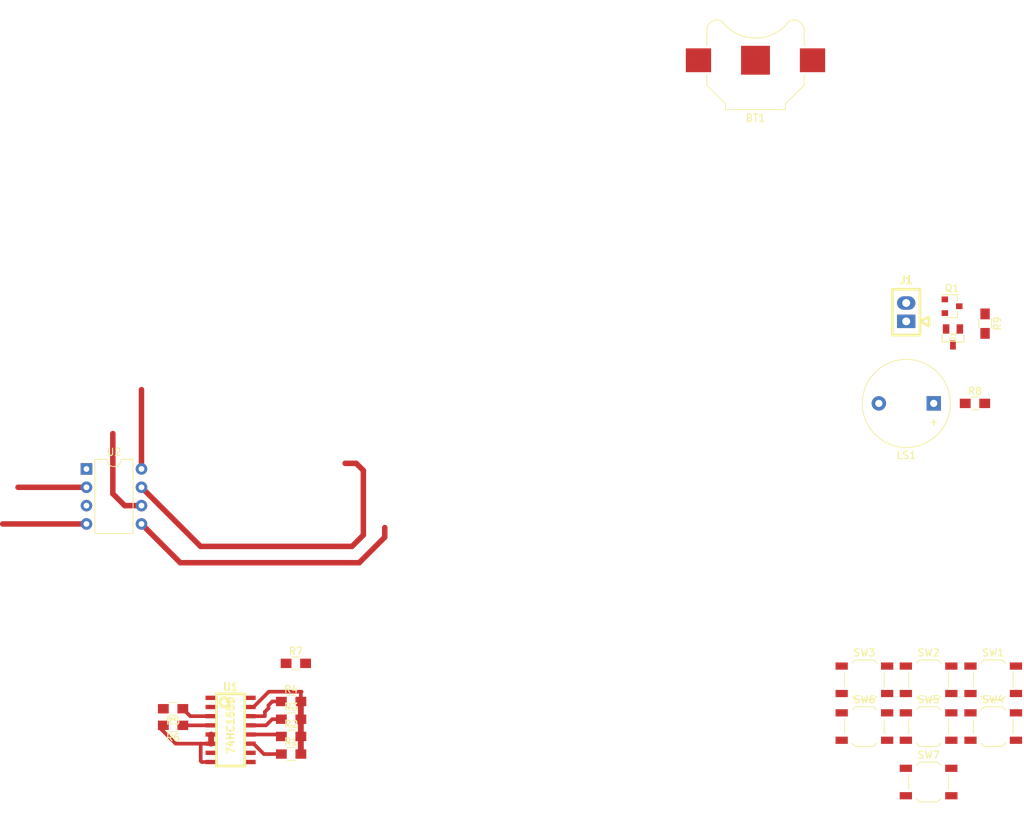
<source format=kicad_pcb>
(kicad_pcb (version 4) (host pcbnew 4.0.7)

  (general
    (links 62)
    (no_connects 62)
    (area 138.803829 15.237599 172.432501 124.7765)
    (thickness 1.6)
    (drawings 0)
    (tracks 50)
    (zones 0)
    (modules 23)
    (nets 22)
  )

  (page A4)
  (layers
    (0 F.Cu signal)
    (31 B.Cu signal)
    (32 B.Adhes user)
    (33 F.Adhes user)
    (34 B.Paste user)
    (35 F.Paste user)
    (36 B.SilkS user)
    (37 F.SilkS user)
    (38 B.Mask user)
    (39 F.Mask user)
    (40 Dwgs.User user)
    (41 Cmts.User user)
    (42 Eco1.User user)
    (43 Eco2.User user)
    (44 Edge.Cuts user)
    (45 Margin user)
    (46 B.CrtYd user)
    (47 F.CrtYd user)
    (48 B.Fab user)
    (49 F.Fab user)
  )

  (setup
    (last_trace_width 0.508)
    (user_trace_width 0.254)
    (user_trace_width 0.381)
    (user_trace_width 0.508)
    (user_trace_width 0.635)
    (user_trace_width 0.762)
    (user_trace_width 0.8128)
    (trace_clearance 0.2)
    (zone_clearance 0.508)
    (zone_45_only no)
    (trace_min 0.2)
    (segment_width 0.2)
    (edge_width 0.15)
    (via_size 0.6)
    (via_drill 0.4)
    (via_min_size 0.4)
    (via_min_drill 0.3)
    (uvia_size 0.3)
    (uvia_drill 0.1)
    (uvias_allowed no)
    (uvia_min_size 0.2)
    (uvia_min_drill 0.1)
    (pcb_text_width 0.3)
    (pcb_text_size 1.5 1.5)
    (mod_edge_width 0.15)
    (mod_text_size 1 1)
    (mod_text_width 0.15)
    (pad_size 1.524 1.524)
    (pad_drill 0.762)
    (pad_to_mask_clearance 0.2)
    (aux_axis_origin 0 0)
    (visible_elements FFFFFF7F)
    (pcbplotparams
      (layerselection 0x00030_80000001)
      (usegerberextensions false)
      (excludeedgelayer true)
      (linewidth 0.100000)
      (plotframeref false)
      (viasonmask false)
      (mode 1)
      (useauxorigin false)
      (hpglpennumber 1)
      (hpglpenspeed 20)
      (hpglpendiameter 15)
      (hpglpenoverlay 2)
      (psnegative false)
      (psa4output false)
      (plotreference true)
      (plotvalue true)
      (plotinvisibletext false)
      (padsonsilk false)
      (subtractmaskfromsilk false)
      (outputformat 1)
      (mirror false)
      (drillshape 1)
      (scaleselection 1)
      (outputdirectory ""))
  )

  (net 0 "")
  (net 1 "Net-(Q1-Pad1)")
  (net 2 "Net-(J1-Pad2)")
  (net 3 "Net-(U2-Pad1)")
  (net 4 "Net-(U1-Pad9)")
  (net 5 "Net-(R7-Pad2)")
  (net 6 "Net-(U1-Pad2)")
  (net 7 "Net-(U1-Pad1)")
  (net 8 GND)
  (net 9 +3V3)
  (net 10 "Net-(D1-Pad2)")
  (net 11 "Net-(D1-Pad1)")
  (net 12 "Net-(D1-Pad3)")
  (net 13 "Net-(R1-Pad1)")
  (net 14 "Net-(R2-Pad1)")
  (net 15 "Net-(R3-Pad1)")
  (net 16 "Net-(R4-Pad1)")
  (net 17 "Net-(R5-Pad1)")
  (net 18 "Net-(R6-Pad1)")
  (net 19 "Net-(LS1-Pad1)")
  (net 20 "Net-(U1-Pad7)")
  (net 21 "Net-(U1-Pad10)")

  (net_class Default "This is the default net class."
    (clearance 0.2)
    (trace_width 0.25)
    (via_dia 0.6)
    (via_drill 0.4)
    (uvia_dia 0.3)
    (uvia_drill 0.1)
    (add_net +3V3)
    (add_net GND)
    (add_net "Net-(D1-Pad1)")
    (add_net "Net-(D1-Pad2)")
    (add_net "Net-(D1-Pad3)")
    (add_net "Net-(J1-Pad2)")
    (add_net "Net-(LS1-Pad1)")
    (add_net "Net-(Q1-Pad1)")
    (add_net "Net-(R1-Pad1)")
    (add_net "Net-(R2-Pad1)")
    (add_net "Net-(R3-Pad1)")
    (add_net "Net-(R4-Pad1)")
    (add_net "Net-(R5-Pad1)")
    (add_net "Net-(R6-Pad1)")
    (add_net "Net-(R7-Pad2)")
    (add_net "Net-(U1-Pad1)")
    (add_net "Net-(U1-Pad10)")
    (add_net "Net-(U1-Pad2)")
    (add_net "Net-(U1-Pad7)")
    (add_net "Net-(U1-Pad9)")
    (add_net "Net-(U2-Pad1)")
  )

  (module Housings_DIP:DIP-8_W7.62mm (layer F.Cu) (tedit 59C78D6B) (tstamp 59E6BEB3)
    (at 42.3418 76.581)
    (descr "8-lead though-hole mounted DIP package, row spacing 7.62 mm (300 mils)")
    (tags "THT DIP DIL PDIP 2.54mm 7.62mm 300mil")
    (path /59E50D10)
    (fp_text reference U2 (at 3.81 -2.33) (layer F.SilkS)
      (effects (font (size 1 1) (thickness 0.15)))
    )
    (fp_text value ATTINY85-20PU (at 3.81 9.95) (layer F.Fab)
      (effects (font (size 1 1) (thickness 0.15)))
    )
    (fp_arc (start 3.81 -1.33) (end 2.81 -1.33) (angle -180) (layer F.SilkS) (width 0.12))
    (fp_line (start 1.635 -1.27) (end 6.985 -1.27) (layer F.Fab) (width 0.1))
    (fp_line (start 6.985 -1.27) (end 6.985 8.89) (layer F.Fab) (width 0.1))
    (fp_line (start 6.985 8.89) (end 0.635 8.89) (layer F.Fab) (width 0.1))
    (fp_line (start 0.635 8.89) (end 0.635 -0.27) (layer F.Fab) (width 0.1))
    (fp_line (start 0.635 -0.27) (end 1.635 -1.27) (layer F.Fab) (width 0.1))
    (fp_line (start 2.81 -1.33) (end 1.16 -1.33) (layer F.SilkS) (width 0.12))
    (fp_line (start 1.16 -1.33) (end 1.16 8.95) (layer F.SilkS) (width 0.12))
    (fp_line (start 1.16 8.95) (end 6.46 8.95) (layer F.SilkS) (width 0.12))
    (fp_line (start 6.46 8.95) (end 6.46 -1.33) (layer F.SilkS) (width 0.12))
    (fp_line (start 6.46 -1.33) (end 4.81 -1.33) (layer F.SilkS) (width 0.12))
    (fp_line (start -1.1 -1.55) (end -1.1 9.15) (layer F.CrtYd) (width 0.05))
    (fp_line (start -1.1 9.15) (end 8.7 9.15) (layer F.CrtYd) (width 0.05))
    (fp_line (start 8.7 9.15) (end 8.7 -1.55) (layer F.CrtYd) (width 0.05))
    (fp_line (start 8.7 -1.55) (end -1.1 -1.55) (layer F.CrtYd) (width 0.05))
    (fp_text user %R (at 3.81 3.81 180) (layer F.Fab)
      (effects (font (size 1 1) (thickness 0.15)))
    )
    (pad 1 thru_hole rect (at 0 0) (size 1.6 1.6) (drill 0.8) (layers *.Cu *.Mask)
      (net 3 "Net-(U2-Pad1)"))
    (pad 5 thru_hole oval (at 7.62 7.62) (size 1.6 1.6) (drill 0.8) (layers *.Cu *.Mask)
      (net 4 "Net-(U1-Pad9)"))
    (pad 2 thru_hole oval (at 0 2.54) (size 1.6 1.6) (drill 0.8) (layers *.Cu *.Mask)
      (net 5 "Net-(R7-Pad2)"))
    (pad 6 thru_hole oval (at 7.62 5.08) (size 1.6 1.6) (drill 0.8) (layers *.Cu *.Mask)
      (net 11 "Net-(D1-Pad1)"))
    (pad 3 thru_hole oval (at 0 5.08) (size 1.6 1.6) (drill 0.8) (layers *.Cu *.Mask)
      (net 6 "Net-(U1-Pad2)"))
    (pad 7 thru_hole oval (at 7.62 2.54) (size 1.6 1.6) (drill 0.8) (layers *.Cu *.Mask)
      (net 7 "Net-(U1-Pad1)"))
    (pad 4 thru_hole oval (at 0 7.62) (size 1.6 1.6) (drill 0.8) (layers *.Cu *.Mask)
      (net 8 GND))
    (pad 8 thru_hole oval (at 7.62 0) (size 1.6 1.6) (drill 0.8) (layers *.Cu *.Mask)
      (net 9 +3V3))
    (model ${KISYS3DMOD}/Housings_DIP.3dshapes/DIP-8_W7.62mm.wrl
      (at (xyz 0 0 0))
      (scale (xyz 1 1 1))
      (rotate (xyz 0 0 0))
    )
  )

  (module footprints:SOIC_16_0.154IN (layer F.Cu) (tedit 58DAA96C) (tstamp 59E7AAB4)
    (at 62.30876 112.10036)
    (path /59E50ACD)
    (fp_text reference U1 (at 0 -5.3) (layer F.SilkS)
      (effects (font (size 1.016 1.016) (thickness 0.254)))
    )
    (fp_text value 74HC165D (at 0 0 90) (layer F.SilkS)
      (effects (font (size 1.016 1.016) (thickness 0.254)))
    )
    (fp_circle (center -0.84 -3.21) (end -0.84 -3.845) (layer F.SilkS) (width 0.381))
    (fp_line (start -1.95 -4.365) (end -1.95 5.635) (layer F.SilkS) (width 0.381))
    (fp_line (start -1.95 5.635) (end 1.95 5.635) (layer F.SilkS) (width 0.381))
    (fp_line (start 1.95 5.635) (end 1.95 -4.365) (layer F.SilkS) (width 0.381))
    (fp_line (start 1.95 -4.365) (end -1.95 -4.365) (layer F.SilkS) (width 0.381))
    (pad 1 smd rect (at -2.7 -3.81) (size 1.55 0.6) (layers F.Cu F.Paste F.Mask)
      (net 7 "Net-(U1-Pad1)") (solder_mask_margin 0.07) (clearance 0.07))
    (pad 2 smd rect (at -2.7 -2.54) (size 1.55 0.6) (layers F.Cu F.Paste F.Mask)
      (net 6 "Net-(U1-Pad2)") (solder_mask_margin 0.07) (clearance 0.07))
    (pad 3 smd rect (at -2.7 -1.27) (size 1.55 0.6) (layers F.Cu F.Paste F.Mask)
      (net 17 "Net-(R5-Pad1)") (solder_mask_margin 0.07) (clearance 0.07))
    (pad 4 smd rect (at -2.7 0) (size 1.55 0.6) (layers F.Cu F.Paste F.Mask)
      (net 18 "Net-(R6-Pad1)") (solder_mask_margin 0.07) (clearance 0.07))
    (pad 5 smd rect (at -2.7 1.27) (size 1.55 0.6) (layers F.Cu F.Paste F.Mask)
      (net 8 GND) (solder_mask_margin 0.07) (clearance 0.07))
    (pad 6 smd rect (at -2.7 2.54) (size 1.55 0.6) (layers F.Cu F.Paste F.Mask)
      (net 8 GND) (solder_mask_margin 0.07) (clearance 0.07))
    (pad 7 smd rect (at -2.7 3.81) (size 1.55 0.6) (layers F.Cu F.Paste F.Mask)
      (net 20 "Net-(U1-Pad7)") (solder_mask_margin 0.07) (clearance 0.07))
    (pad 8 smd rect (at -2.7 5.08) (size 1.55 0.6) (layers F.Cu F.Paste F.Mask)
      (net 8 GND) (solder_mask_margin 0.07) (clearance 0.07))
    (pad 9 smd rect (at 2.7 5.08) (size 1.55 0.6) (layers F.Cu F.Paste F.Mask)
      (net 4 "Net-(U1-Pad9)") (solder_mask_margin 0.07) (clearance 0.07))
    (pad 10 smd rect (at 2.7 3.81) (size 1.55 0.6) (layers F.Cu F.Paste F.Mask)
      (net 21 "Net-(U1-Pad10)") (solder_mask_margin 0.07) (clearance 0.07))
    (pad 11 smd rect (at 2.7 2.54) (size 1.55 0.6) (layers F.Cu F.Paste F.Mask)
      (net 13 "Net-(R1-Pad1)") (solder_mask_margin 0.07) (clearance 0.07))
    (pad 12 smd rect (at 2.7 1.27) (size 1.55 0.6) (layers F.Cu F.Paste F.Mask)
      (net 14 "Net-(R2-Pad1)") (solder_mask_margin 0.07) (clearance 0.07))
    (pad 13 smd rect (at 2.7 0) (size 1.55 0.6) (layers F.Cu F.Paste F.Mask)
      (net 15 "Net-(R3-Pad1)") (solder_mask_margin 0.07) (clearance 0.07))
    (pad 14 smd rect (at 2.7 -1.27) (size 1.55 0.6) (layers F.Cu F.Paste F.Mask)
      (net 16 "Net-(R4-Pad1)") (solder_mask_margin 0.07) (clearance 0.07))
    (pad 15 smd rect (at 2.7 -2.54) (size 1.55 0.6) (layers F.Cu F.Paste F.Mask)
      (net 8 GND) (solder_mask_margin 0.07) (clearance 0.07))
    (pad 16 smd rect (at 2.7 -3.81) (size 1.55 0.6) (layers F.Cu F.Paste F.Mask)
      (net 9 +3V3) (solder_mask_margin 0.07) (clearance 0.07))
    (model Housings_SOIC.3dshapes/SOIC-16_3.9x9.9mm_Pitch1.27mm.wrl
      (at (xyz 0 -0.025 0))
      (scale (xyz 1 1 1))
      (rotate (xyz 0 0 0))
    )
  )

  (module Battery_Holders:Keystone_3000_1x12mm-CoinCell (layer F.Cu) (tedit 58972371) (tstamp 59E7C5BB)
    (at 135.0264 19.9644 180)
    (descr http://www.keyelco.com/product-pdf.cfm?p=777)
    (tags "Keystone type 3000 coin cell retainer")
    (path /59E7C376)
    (attr smd)
    (fp_text reference BT1 (at 0 -8 180) (layer F.SilkS)
      (effects (font (size 1 1) (thickness 0.15)))
    )
    (fp_text value CELL (at 0 7.5 180) (layer F.Fab)
      (effects (font (size 1 1) (thickness 0.15)))
    )
    (fp_arc (start 0 0) (end 0 6.75) (angle 36.6) (layer F.CrtYd) (width 0.05))
    (fp_arc (start 0.11 9.15) (end 4.22 5.65) (angle -3.1) (layer F.CrtYd) (width 0.05))
    (fp_arc (start 0.11 9.15) (end -4.22 5.65) (angle 3.1) (layer F.CrtYd) (width 0.05))
    (fp_arc (start 0 0) (end 0 6.75) (angle -36.6) (layer F.CrtYd) (width 0.05))
    (fp_arc (start 5.25 4.1) (end 5.3 6.1) (angle -90) (layer F.CrtYd) (width 0.05))
    (fp_arc (start 5.29 4.6) (end 4.22 5.65) (angle -54.1) (layer F.CrtYd) (width 0.05))
    (fp_arc (start -5.29 4.6) (end -4.22 5.65) (angle 54.1) (layer F.CrtYd) (width 0.05))
    (fp_circle (center 0 0) (end 0 6.25) (layer Dwgs.User) (width 0.15))
    (fp_arc (start 5.29 4.6) (end 4.5 5.2) (angle -60) (layer F.SilkS) (width 0.12))
    (fp_arc (start -5.29 4.6) (end -4.5 5.2) (angle 60) (layer F.SilkS) (width 0.12))
    (fp_arc (start 0 8.9) (end -4.5 5.2) (angle 101) (layer F.SilkS) (width 0.12))
    (fp_arc (start 5.29 4.6) (end 4.6 5.1) (angle -60) (layer F.Fab) (width 0.1))
    (fp_arc (start -5.29 4.6) (end -4.6 5.1) (angle 60) (layer F.Fab) (width 0.1))
    (fp_arc (start 0 8.9) (end -4.6 5.1) (angle 101) (layer F.Fab) (width 0.1))
    (fp_arc (start -5.25 4.1) (end -5.3 6.1) (angle 90) (layer F.CrtYd) (width 0.05))
    (fp_arc (start 5.25 4.1) (end 5.3 5.6) (angle -90) (layer F.SilkS) (width 0.12))
    (fp_arc (start -5.25 4.1) (end -5.3 5.6) (angle 90) (layer F.SilkS) (width 0.12))
    (fp_line (start -7.25 2.15) (end -7.25 4.1) (layer F.CrtYd) (width 0.05))
    (fp_line (start 7.25 2.15) (end 7.25 4.1) (layer F.CrtYd) (width 0.05))
    (fp_line (start 6.75 2) (end 6.75 4.1) (layer F.SilkS) (width 0.12))
    (fp_line (start -6.75 2) (end -6.75 4.1) (layer F.SilkS) (width 0.12))
    (fp_arc (start 5.25 4.1) (end 5.3 5.45) (angle -90) (layer F.Fab) (width 0.1))
    (fp_line (start 7.25 -2.15) (end 7.25 -3.8) (layer F.CrtYd) (width 0.05))
    (fp_line (start 7.25 -3.8) (end 4.65 -6.4) (layer F.CrtYd) (width 0.05))
    (fp_line (start 4.65 -6.4) (end 4.65 -7.35) (layer F.CrtYd) (width 0.05))
    (fp_line (start -4.65 -7.35) (end 4.65 -7.35) (layer F.CrtYd) (width 0.05))
    (fp_line (start -4.65 -6.4) (end -4.65 -7.35) (layer F.CrtYd) (width 0.05))
    (fp_line (start -7.25 -3.8) (end -4.65 -6.4) (layer F.CrtYd) (width 0.05))
    (fp_line (start -7.25 -2.15) (end -7.25 -3.8) (layer F.CrtYd) (width 0.05))
    (fp_line (start -6.75 -2) (end -6.75 -3.45) (layer F.SilkS) (width 0.12))
    (fp_line (start -6.75 -3.45) (end -4.15 -6.05) (layer F.SilkS) (width 0.12))
    (fp_line (start -4.15 -6.05) (end -4.15 -6.85) (layer F.SilkS) (width 0.12))
    (fp_line (start -4.15 -6.85) (end 4.15 -6.85) (layer F.SilkS) (width 0.12))
    (fp_line (start 4.15 -6.85) (end 4.15 -6.05) (layer F.SilkS) (width 0.12))
    (fp_line (start 4.15 -6.05) (end 6.75 -3.45) (layer F.SilkS) (width 0.12))
    (fp_line (start 6.75 -3.45) (end 6.75 -2) (layer F.SilkS) (width 0.12))
    (fp_line (start -7.25 -2.15) (end -10.15 -2.15) (layer F.CrtYd) (width 0.05))
    (fp_line (start -10.15 -2.15) (end -10.15 2.15) (layer F.CrtYd) (width 0.05))
    (fp_line (start -10.15 2.15) (end -7.25 2.15) (layer F.CrtYd) (width 0.05))
    (fp_line (start 7.25 -2.15) (end 10.15 -2.15) (layer F.CrtYd) (width 0.05))
    (fp_line (start 10.15 -2.15) (end 10.15 2.15) (layer F.CrtYd) (width 0.05))
    (fp_line (start 10.15 2.15) (end 7.25 2.15) (layer F.CrtYd) (width 0.05))
    (fp_arc (start -5.25 4.1) (end -5.3 5.45) (angle 90) (layer F.Fab) (width 0.1))
    (fp_line (start 6.6 -3.4) (end 6.6 4.1) (layer F.Fab) (width 0.1))
    (fp_line (start -6.6 -3.4) (end -6.6 4.1) (layer F.Fab) (width 0.1))
    (fp_line (start 4 -6) (end 6.6 -3.4) (layer F.Fab) (width 0.1))
    (fp_line (start -4 -6) (end -6.6 -3.4) (layer F.Fab) (width 0.1))
    (fp_line (start 4 -6.7) (end 4 -6) (layer F.Fab) (width 0.1))
    (fp_line (start -4 -6.7) (end -4 -6) (layer F.Fab) (width 0.1))
    (fp_line (start -4 -6.7) (end 4 -6.7) (layer F.Fab) (width 0.1))
    (pad 1 smd rect (at -7.9 0 180) (size 3.5 3.3) (layers F.Cu F.Paste F.Mask)
      (net 9 +3V3))
    (pad 1 smd rect (at 7.9 0 180) (size 3.5 3.3) (layers F.Cu F.Paste F.Mask)
      (net 9 +3V3))
    (pad 2 smd rect (at 0 0 180) (size 4 4) (layers F.Cu F.Mask)
      (net 8 GND))
    (model Battery_Holders.3dshapes/Keystone_3000_1x12mm-CoinCell.wrl
      (at (xyz 0 0 0))
      (scale (xyz 1 1 1))
      (rotate (xyz 0 0 0))
    )
  )

  (module smd-semi:SOT-23 (layer F.Cu) (tedit 54CBE5F0) (tstamp 59E6BDE9)
    (at 162.3822 58.293 270)
    (path /59E66741)
    (attr smd)
    (fp_text reference D1 (at 0 0 270) (layer F.SilkS)
      (effects (font (size 0.8 0.8) (thickness 0.15)))
    )
    (fp_text value BAT54C (at 0 0 270) (layer F.Fab)
      (effects (font (size 0.8 0.8) (thickness 0.15)))
    )
    (fp_line (start -2 -1.75) (end 2 -1.75) (layer F.CrtYd) (width 0.15))
    (fp_line (start 2 -1.75) (end 2 1.75) (layer F.CrtYd) (width 0.15))
    (fp_line (start 2 1.75) (end -2 1.75) (layer F.CrtYd) (width 0.15))
    (fp_line (start -2 1.75) (end -2 -1.75) (layer F.CrtYd) (width 0.15))
    (fp_line (start 0.7 0.6) (end 0.7 1.5) (layer F.SilkS) (width 0.15))
    (fp_line (start 0.7 1.5) (end -0.3 1.5) (layer F.SilkS) (width 0.15))
    (fp_line (start -0.3 -1.5) (end 0.7 -1.5) (layer F.SilkS) (width 0.15))
    (fp_line (start 0.7 -1.5) (end 0.7 -0.6) (layer F.SilkS) (width 0.15))
    (fp_line (start -0.7 -1.5) (end 0.7 -1.5) (layer F.Fab) (width 0.15))
    (fp_line (start 0.7 -1.5) (end 0.7 1.5) (layer F.Fab) (width 0.15))
    (fp_line (start 0.7 1.5) (end -0.7 1.5) (layer F.Fab) (width 0.15))
    (fp_line (start -0.7 1.5) (end -0.7 -1.5) (layer F.Fab) (width 0.15))
    (pad 1 smd rect (at -1.1 -0.95 270) (size 1.3 0.9) (layers F.Cu F.Paste F.Mask)
      (net 11 "Net-(D1-Pad1)"))
    (pad 2 smd rect (at -1.1 0.95 270) (size 1.3 0.9) (layers F.Cu F.Paste F.Mask)
      (net 10 "Net-(D1-Pad2)"))
    (pad 3 smd rect (at 1.1 0 270) (size 1.3 0.8) (layers F.Cu F.Paste F.Mask)
      (net 12 "Net-(D1-Pad3)"))
    (model TO_SOT_Packages_SMD.3dshapes/SOT-23W_Handsoldering.wrl
      (at (xyz 0 0 0))
      (scale (xyz 1 1 1))
      (rotate (xyz 0 0 0))
    )
  )

  (module TO_SOT_Packages_SMD:SOT-23 (layer F.Cu) (tedit 58CE4E7E) (tstamp 59E6BDFE)
    (at 162.2552 54.0385)
    (descr "SOT-23, Standard")
    (tags SOT-23)
    (path /59E57A0D)
    (attr smd)
    (fp_text reference Q1 (at 0 -2.5) (layer F.SilkS)
      (effects (font (size 1 1) (thickness 0.15)))
    )
    (fp_text value MMBT3904 (at 0 2.5) (layer F.Fab)
      (effects (font (size 1 1) (thickness 0.15)))
    )
    (fp_text user %R (at 0 0 90) (layer F.Fab)
      (effects (font (size 0.5 0.5) (thickness 0.075)))
    )
    (fp_line (start -0.7 -0.95) (end -0.7 1.5) (layer F.Fab) (width 0.1))
    (fp_line (start -0.15 -1.52) (end 0.7 -1.52) (layer F.Fab) (width 0.1))
    (fp_line (start -0.7 -0.95) (end -0.15 -1.52) (layer F.Fab) (width 0.1))
    (fp_line (start 0.7 -1.52) (end 0.7 1.52) (layer F.Fab) (width 0.1))
    (fp_line (start -0.7 1.52) (end 0.7 1.52) (layer F.Fab) (width 0.1))
    (fp_line (start 0.76 1.58) (end 0.76 0.65) (layer F.SilkS) (width 0.12))
    (fp_line (start 0.76 -1.58) (end 0.76 -0.65) (layer F.SilkS) (width 0.12))
    (fp_line (start -1.7 -1.75) (end 1.7 -1.75) (layer F.CrtYd) (width 0.05))
    (fp_line (start 1.7 -1.75) (end 1.7 1.75) (layer F.CrtYd) (width 0.05))
    (fp_line (start 1.7 1.75) (end -1.7 1.75) (layer F.CrtYd) (width 0.05))
    (fp_line (start -1.7 1.75) (end -1.7 -1.75) (layer F.CrtYd) (width 0.05))
    (fp_line (start 0.76 -1.58) (end -1.4 -1.58) (layer F.SilkS) (width 0.12))
    (fp_line (start 0.76 1.58) (end -0.7 1.58) (layer F.SilkS) (width 0.12))
    (pad 1 smd rect (at -1 -0.95) (size 0.9 0.8) (layers F.Cu F.Paste F.Mask)
      (net 1 "Net-(Q1-Pad1)"))
    (pad 2 smd rect (at -1 0.95) (size 0.9 0.8) (layers F.Cu F.Paste F.Mask)
      (net 11 "Net-(D1-Pad1)"))
    (pad 3 smd rect (at 1 0) (size 0.9 0.8) (layers F.Cu F.Paste F.Mask)
      (net 2 "Net-(J1-Pad2)"))
    (model Diodes_SMD.3dshapes/D_SOT-23.wrl
      (at (xyz 0 0 0))
      (scale (xyz 1 1 1))
      (rotate (xyz 0 0 0))
    )
  )

  (module Resistors_SMD:R_0805_HandSoldering (layer F.Cu) (tedit 58E0A804) (tstamp 59E6BE0F)
    (at 70.692 116.078)
    (descr "Resistor SMD 0805, hand soldering")
    (tags "resistor 0805")
    (path /59E53D18)
    (attr smd)
    (fp_text reference R1 (at 0 -1.7) (layer F.SilkS)
      (effects (font (size 1 1) (thickness 0.15)))
    )
    (fp_text value 10K (at 0 1.75) (layer F.Fab)
      (effects (font (size 1 1) (thickness 0.15)))
    )
    (fp_text user %R (at 0 0) (layer F.Fab)
      (effects (font (size 0.5 0.5) (thickness 0.075)))
    )
    (fp_line (start -1 0.62) (end -1 -0.62) (layer F.Fab) (width 0.1))
    (fp_line (start 1 0.62) (end -1 0.62) (layer F.Fab) (width 0.1))
    (fp_line (start 1 -0.62) (end 1 0.62) (layer F.Fab) (width 0.1))
    (fp_line (start -1 -0.62) (end 1 -0.62) (layer F.Fab) (width 0.1))
    (fp_line (start 0.6 0.88) (end -0.6 0.88) (layer F.SilkS) (width 0.12))
    (fp_line (start -0.6 -0.88) (end 0.6 -0.88) (layer F.SilkS) (width 0.12))
    (fp_line (start -2.35 -0.9) (end 2.35 -0.9) (layer F.CrtYd) (width 0.05))
    (fp_line (start -2.35 -0.9) (end -2.35 0.9) (layer F.CrtYd) (width 0.05))
    (fp_line (start 2.35 0.9) (end 2.35 -0.9) (layer F.CrtYd) (width 0.05))
    (fp_line (start 2.35 0.9) (end -2.35 0.9) (layer F.CrtYd) (width 0.05))
    (pad 1 smd rect (at -1.35 0) (size 1.5 1.3) (layers F.Cu F.Paste F.Mask)
      (net 13 "Net-(R1-Pad1)"))
    (pad 2 smd rect (at 1.35 0) (size 1.5 1.3) (layers F.Cu F.Paste F.Mask)
      (net 8 GND))
    (model ${KISYS3DMOD}/Resistors_SMD.3dshapes/R_0805.wrl
      (at (xyz 0 0 0))
      (scale (xyz 1 1 1))
      (rotate (xyz 0 0 0))
    )
  )

  (module Resistors_SMD:R_0805_HandSoldering (layer F.Cu) (tedit 58E0A804) (tstamp 59E6BE20)
    (at 70.692 113.6396)
    (descr "Resistor SMD 0805, hand soldering")
    (tags "resistor 0805")
    (path /59E53C86)
    (attr smd)
    (fp_text reference R2 (at 0 -1.7) (layer F.SilkS)
      (effects (font (size 1 1) (thickness 0.15)))
    )
    (fp_text value 10K (at 0 1.75) (layer F.Fab)
      (effects (font (size 1 1) (thickness 0.15)))
    )
    (fp_text user %R (at 0 0) (layer F.Fab)
      (effects (font (size 0.5 0.5) (thickness 0.075)))
    )
    (fp_line (start -1 0.62) (end -1 -0.62) (layer F.Fab) (width 0.1))
    (fp_line (start 1 0.62) (end -1 0.62) (layer F.Fab) (width 0.1))
    (fp_line (start 1 -0.62) (end 1 0.62) (layer F.Fab) (width 0.1))
    (fp_line (start -1 -0.62) (end 1 -0.62) (layer F.Fab) (width 0.1))
    (fp_line (start 0.6 0.88) (end -0.6 0.88) (layer F.SilkS) (width 0.12))
    (fp_line (start -0.6 -0.88) (end 0.6 -0.88) (layer F.SilkS) (width 0.12))
    (fp_line (start -2.35 -0.9) (end 2.35 -0.9) (layer F.CrtYd) (width 0.05))
    (fp_line (start -2.35 -0.9) (end -2.35 0.9) (layer F.CrtYd) (width 0.05))
    (fp_line (start 2.35 0.9) (end 2.35 -0.9) (layer F.CrtYd) (width 0.05))
    (fp_line (start 2.35 0.9) (end -2.35 0.9) (layer F.CrtYd) (width 0.05))
    (pad 1 smd rect (at -1.35 0) (size 1.5 1.3) (layers F.Cu F.Paste F.Mask)
      (net 14 "Net-(R2-Pad1)"))
    (pad 2 smd rect (at 1.35 0) (size 1.5 1.3) (layers F.Cu F.Paste F.Mask)
      (net 8 GND))
    (model ${KISYS3DMOD}/Resistors_SMD.3dshapes/R_0805.wrl
      (at (xyz 0 0 0))
      (scale (xyz 1 1 1))
      (rotate (xyz 0 0 0))
    )
  )

  (module Resistors_SMD:R_0805_HandSoldering (layer F.Cu) (tedit 58E0A804) (tstamp 59E6BE31)
    (at 70.692 111.252)
    (descr "Resistor SMD 0805, hand soldering")
    (tags "resistor 0805")
    (path /59E53C00)
    (attr smd)
    (fp_text reference R3 (at 0 -1.7) (layer F.SilkS)
      (effects (font (size 1 1) (thickness 0.15)))
    )
    (fp_text value 10K (at 0 1.75) (layer F.Fab)
      (effects (font (size 1 1) (thickness 0.15)))
    )
    (fp_text user %R (at 0 0) (layer F.Fab)
      (effects (font (size 0.5 0.5) (thickness 0.075)))
    )
    (fp_line (start -1 0.62) (end -1 -0.62) (layer F.Fab) (width 0.1))
    (fp_line (start 1 0.62) (end -1 0.62) (layer F.Fab) (width 0.1))
    (fp_line (start 1 -0.62) (end 1 0.62) (layer F.Fab) (width 0.1))
    (fp_line (start -1 -0.62) (end 1 -0.62) (layer F.Fab) (width 0.1))
    (fp_line (start 0.6 0.88) (end -0.6 0.88) (layer F.SilkS) (width 0.12))
    (fp_line (start -0.6 -0.88) (end 0.6 -0.88) (layer F.SilkS) (width 0.12))
    (fp_line (start -2.35 -0.9) (end 2.35 -0.9) (layer F.CrtYd) (width 0.05))
    (fp_line (start -2.35 -0.9) (end -2.35 0.9) (layer F.CrtYd) (width 0.05))
    (fp_line (start 2.35 0.9) (end 2.35 -0.9) (layer F.CrtYd) (width 0.05))
    (fp_line (start 2.35 0.9) (end -2.35 0.9) (layer F.CrtYd) (width 0.05))
    (pad 1 smd rect (at -1.35 0) (size 1.5 1.3) (layers F.Cu F.Paste F.Mask)
      (net 15 "Net-(R3-Pad1)"))
    (pad 2 smd rect (at 1.35 0) (size 1.5 1.3) (layers F.Cu F.Paste F.Mask)
      (net 8 GND))
    (model ${KISYS3DMOD}/Resistors_SMD.3dshapes/R_0805.wrl
      (at (xyz 0 0 0))
      (scale (xyz 1 1 1))
      (rotate (xyz 0 0 0))
    )
  )

  (module Resistors_SMD:R_0805_HandSoldering (layer F.Cu) (tedit 58E0A804) (tstamp 59E6BE42)
    (at 70.692 108.79836)
    (descr "Resistor SMD 0805, hand soldering")
    (tags "resistor 0805")
    (path /59E53B8A)
    (attr smd)
    (fp_text reference R4 (at 0 -1.7) (layer F.SilkS)
      (effects (font (size 1 1) (thickness 0.15)))
    )
    (fp_text value 10K (at 0 1.75) (layer F.Fab)
      (effects (font (size 1 1) (thickness 0.15)))
    )
    (fp_text user %R (at 0 0) (layer F.Fab)
      (effects (font (size 0.5 0.5) (thickness 0.075)))
    )
    (fp_line (start -1 0.62) (end -1 -0.62) (layer F.Fab) (width 0.1))
    (fp_line (start 1 0.62) (end -1 0.62) (layer F.Fab) (width 0.1))
    (fp_line (start 1 -0.62) (end 1 0.62) (layer F.Fab) (width 0.1))
    (fp_line (start -1 -0.62) (end 1 -0.62) (layer F.Fab) (width 0.1))
    (fp_line (start 0.6 0.88) (end -0.6 0.88) (layer F.SilkS) (width 0.12))
    (fp_line (start -0.6 -0.88) (end 0.6 -0.88) (layer F.SilkS) (width 0.12))
    (fp_line (start -2.35 -0.9) (end 2.35 -0.9) (layer F.CrtYd) (width 0.05))
    (fp_line (start -2.35 -0.9) (end -2.35 0.9) (layer F.CrtYd) (width 0.05))
    (fp_line (start 2.35 0.9) (end 2.35 -0.9) (layer F.CrtYd) (width 0.05))
    (fp_line (start 2.35 0.9) (end -2.35 0.9) (layer F.CrtYd) (width 0.05))
    (pad 1 smd rect (at -1.35 0) (size 1.5 1.3) (layers F.Cu F.Paste F.Mask)
      (net 16 "Net-(R4-Pad1)"))
    (pad 2 smd rect (at 1.35 0) (size 1.5 1.3) (layers F.Cu F.Paste F.Mask)
      (net 8 GND))
    (model ${KISYS3DMOD}/Resistors_SMD.3dshapes/R_0805.wrl
      (at (xyz 0 0 0))
      (scale (xyz 1 1 1))
      (rotate (xyz 0 0 0))
    )
  )

  (module Resistors_SMD:R_0805_HandSoldering (layer F.Cu) (tedit 58E0A804) (tstamp 59E6BE53)
    (at 54.34 109.8 180)
    (descr "Resistor SMD 0805, hand soldering")
    (tags "resistor 0805")
    (path /59E53B0E)
    (attr smd)
    (fp_text reference R5 (at 0 -1.7 180) (layer F.SilkS)
      (effects (font (size 1 1) (thickness 0.15)))
    )
    (fp_text value 10K (at 0 1.75 180) (layer F.Fab)
      (effects (font (size 1 1) (thickness 0.15)))
    )
    (fp_text user %R (at 0 0 180) (layer F.Fab)
      (effects (font (size 0.5 0.5) (thickness 0.075)))
    )
    (fp_line (start -1 0.62) (end -1 -0.62) (layer F.Fab) (width 0.1))
    (fp_line (start 1 0.62) (end -1 0.62) (layer F.Fab) (width 0.1))
    (fp_line (start 1 -0.62) (end 1 0.62) (layer F.Fab) (width 0.1))
    (fp_line (start -1 -0.62) (end 1 -0.62) (layer F.Fab) (width 0.1))
    (fp_line (start 0.6 0.88) (end -0.6 0.88) (layer F.SilkS) (width 0.12))
    (fp_line (start -0.6 -0.88) (end 0.6 -0.88) (layer F.SilkS) (width 0.12))
    (fp_line (start -2.35 -0.9) (end 2.35 -0.9) (layer F.CrtYd) (width 0.05))
    (fp_line (start -2.35 -0.9) (end -2.35 0.9) (layer F.CrtYd) (width 0.05))
    (fp_line (start 2.35 0.9) (end 2.35 -0.9) (layer F.CrtYd) (width 0.05))
    (fp_line (start 2.35 0.9) (end -2.35 0.9) (layer F.CrtYd) (width 0.05))
    (pad 1 smd rect (at -1.35 0 180) (size 1.5 1.3) (layers F.Cu F.Paste F.Mask)
      (net 17 "Net-(R5-Pad1)"))
    (pad 2 smd rect (at 1.35 0 180) (size 1.5 1.3) (layers F.Cu F.Paste F.Mask)
      (net 8 GND))
    (model ${KISYS3DMOD}/Resistors_SMD.3dshapes/R_0805.wrl
      (at (xyz 0 0 0))
      (scale (xyz 1 1 1))
      (rotate (xyz 0 0 0))
    )
  )

  (module Resistors_SMD:R_0805_HandSoldering (layer F.Cu) (tedit 58E0A804) (tstamp 59E6BE64)
    (at 54.34 112.1 180)
    (descr "Resistor SMD 0805, hand soldering")
    (tags "resistor 0805")
    (path /59E53A35)
    (attr smd)
    (fp_text reference R6 (at 0 -1.7 180) (layer F.SilkS)
      (effects (font (size 1 1) (thickness 0.15)))
    )
    (fp_text value 10K (at 0 1.75 180) (layer F.Fab)
      (effects (font (size 1 1) (thickness 0.15)))
    )
    (fp_text user %R (at 0 0 180) (layer F.Fab)
      (effects (font (size 0.5 0.5) (thickness 0.075)))
    )
    (fp_line (start -1 0.62) (end -1 -0.62) (layer F.Fab) (width 0.1))
    (fp_line (start 1 0.62) (end -1 0.62) (layer F.Fab) (width 0.1))
    (fp_line (start 1 -0.62) (end 1 0.62) (layer F.Fab) (width 0.1))
    (fp_line (start -1 -0.62) (end 1 -0.62) (layer F.Fab) (width 0.1))
    (fp_line (start 0.6 0.88) (end -0.6 0.88) (layer F.SilkS) (width 0.12))
    (fp_line (start -0.6 -0.88) (end 0.6 -0.88) (layer F.SilkS) (width 0.12))
    (fp_line (start -2.35 -0.9) (end 2.35 -0.9) (layer F.CrtYd) (width 0.05))
    (fp_line (start -2.35 -0.9) (end -2.35 0.9) (layer F.CrtYd) (width 0.05))
    (fp_line (start 2.35 0.9) (end 2.35 -0.9) (layer F.CrtYd) (width 0.05))
    (fp_line (start 2.35 0.9) (end -2.35 0.9) (layer F.CrtYd) (width 0.05))
    (pad 1 smd rect (at -1.35 0 180) (size 1.5 1.3) (layers F.Cu F.Paste F.Mask)
      (net 18 "Net-(R6-Pad1)"))
    (pad 2 smd rect (at 1.35 0 180) (size 1.5 1.3) (layers F.Cu F.Paste F.Mask)
      (net 8 GND))
    (model ${KISYS3DMOD}/Resistors_SMD.3dshapes/R_0805.wrl
      (at (xyz 0 0 0))
      (scale (xyz 1 1 1))
      (rotate (xyz 0 0 0))
    )
  )

  (module Resistors_SMD:R_0805_HandSoldering (layer F.Cu) (tedit 58E0A804) (tstamp 59E6BE75)
    (at 71.34732 103.51516)
    (descr "Resistor SMD 0805, hand soldering")
    (tags "resistor 0805")
    (path /59E587BF)
    (attr smd)
    (fp_text reference R7 (at 0 -1.7) (layer F.SilkS)
      (effects (font (size 1 1) (thickness 0.15)))
    )
    (fp_text value 10K (at 0 1.75) (layer F.Fab)
      (effects (font (size 1 1) (thickness 0.15)))
    )
    (fp_text user %R (at 0 0) (layer F.Fab)
      (effects (font (size 0.5 0.5) (thickness 0.075)))
    )
    (fp_line (start -1 0.62) (end -1 -0.62) (layer F.Fab) (width 0.1))
    (fp_line (start 1 0.62) (end -1 0.62) (layer F.Fab) (width 0.1))
    (fp_line (start 1 -0.62) (end 1 0.62) (layer F.Fab) (width 0.1))
    (fp_line (start -1 -0.62) (end 1 -0.62) (layer F.Fab) (width 0.1))
    (fp_line (start 0.6 0.88) (end -0.6 0.88) (layer F.SilkS) (width 0.12))
    (fp_line (start -0.6 -0.88) (end 0.6 -0.88) (layer F.SilkS) (width 0.12))
    (fp_line (start -2.35 -0.9) (end 2.35 -0.9) (layer F.CrtYd) (width 0.05))
    (fp_line (start -2.35 -0.9) (end -2.35 0.9) (layer F.CrtYd) (width 0.05))
    (fp_line (start 2.35 0.9) (end 2.35 -0.9) (layer F.CrtYd) (width 0.05))
    (fp_line (start 2.35 0.9) (end -2.35 0.9) (layer F.CrtYd) (width 0.05))
    (pad 1 smd rect (at -1.35 0) (size 1.5 1.3) (layers F.Cu F.Paste F.Mask)
      (net 9 +3V3))
    (pad 2 smd rect (at 1.35 0) (size 1.5 1.3) (layers F.Cu F.Paste F.Mask)
      (net 5 "Net-(R7-Pad2)"))
    (model ${KISYS3DMOD}/Resistors_SMD.3dshapes/R_0805.wrl
      (at (xyz 0 0 0))
      (scale (xyz 1 1 1))
      (rotate (xyz 0 0 0))
    )
  )

  (module Resistors_SMD:R_0805_HandSoldering (layer F.Cu) (tedit 58E0A804) (tstamp 59E6BE86)
    (at 165.4302 67.5005)
    (descr "Resistor SMD 0805, hand soldering")
    (tags "resistor 0805")
    (path /59E56D49)
    (attr smd)
    (fp_text reference R8 (at 0 -1.7) (layer F.SilkS)
      (effects (font (size 1 1) (thickness 0.15)))
    )
    (fp_text value 220 (at 0 1.75) (layer F.Fab)
      (effects (font (size 1 1) (thickness 0.15)))
    )
    (fp_text user %R (at 0 0) (layer F.Fab)
      (effects (font (size 0.5 0.5) (thickness 0.075)))
    )
    (fp_line (start -1 0.62) (end -1 -0.62) (layer F.Fab) (width 0.1))
    (fp_line (start 1 0.62) (end -1 0.62) (layer F.Fab) (width 0.1))
    (fp_line (start 1 -0.62) (end 1 0.62) (layer F.Fab) (width 0.1))
    (fp_line (start -1 -0.62) (end 1 -0.62) (layer F.Fab) (width 0.1))
    (fp_line (start 0.6 0.88) (end -0.6 0.88) (layer F.SilkS) (width 0.12))
    (fp_line (start -0.6 -0.88) (end 0.6 -0.88) (layer F.SilkS) (width 0.12))
    (fp_line (start -2.35 -0.9) (end 2.35 -0.9) (layer F.CrtYd) (width 0.05))
    (fp_line (start -2.35 -0.9) (end -2.35 0.9) (layer F.CrtYd) (width 0.05))
    (fp_line (start 2.35 0.9) (end 2.35 -0.9) (layer F.CrtYd) (width 0.05))
    (fp_line (start 2.35 0.9) (end -2.35 0.9) (layer F.CrtYd) (width 0.05))
    (pad 1 smd rect (at -1.35 0) (size 1.5 1.3) (layers F.Cu F.Paste F.Mask)
      (net 19 "Net-(LS1-Pad1)"))
    (pad 2 smd rect (at 1.35 0) (size 1.5 1.3) (layers F.Cu F.Paste F.Mask)
      (net 11 "Net-(D1-Pad1)"))
    (model ${KISYS3DMOD}/Resistors_SMD.3dshapes/R_0805.wrl
      (at (xyz 0 0 0))
      (scale (xyz 1 1 1))
      (rotate (xyz 0 0 0))
    )
  )

  (module Resistors_SMD:R_0805_HandSoldering (layer F.Cu) (tedit 58E0A804) (tstamp 59E6BE97)
    (at 166.8272 56.4515 270)
    (descr "Resistor SMD 0805, hand soldering")
    (tags "resistor 0805")
    (path /59E57C21)
    (attr smd)
    (fp_text reference R9 (at 0 -1.7 270) (layer F.SilkS)
      (effects (font (size 1 1) (thickness 0.15)))
    )
    (fp_text value 10K (at 0 1.75 270) (layer F.Fab)
      (effects (font (size 1 1) (thickness 0.15)))
    )
    (fp_text user %R (at 0 0 270) (layer F.Fab)
      (effects (font (size 0.5 0.5) (thickness 0.075)))
    )
    (fp_line (start -1 0.62) (end -1 -0.62) (layer F.Fab) (width 0.1))
    (fp_line (start 1 0.62) (end -1 0.62) (layer F.Fab) (width 0.1))
    (fp_line (start 1 -0.62) (end 1 0.62) (layer F.Fab) (width 0.1))
    (fp_line (start -1 -0.62) (end 1 -0.62) (layer F.Fab) (width 0.1))
    (fp_line (start 0.6 0.88) (end -0.6 0.88) (layer F.SilkS) (width 0.12))
    (fp_line (start -0.6 -0.88) (end 0.6 -0.88) (layer F.SilkS) (width 0.12))
    (fp_line (start -2.35 -0.9) (end 2.35 -0.9) (layer F.CrtYd) (width 0.05))
    (fp_line (start -2.35 -0.9) (end -2.35 0.9) (layer F.CrtYd) (width 0.05))
    (fp_line (start 2.35 0.9) (end 2.35 -0.9) (layer F.CrtYd) (width 0.05))
    (fp_line (start 2.35 0.9) (end -2.35 0.9) (layer F.CrtYd) (width 0.05))
    (pad 1 smd rect (at -1.35 0 270) (size 1.5 1.3) (layers F.Cu F.Paste F.Mask)
      (net 1 "Net-(Q1-Pad1)"))
    (pad 2 smd rect (at 1.35 0 270) (size 1.5 1.3) (layers F.Cu F.Paste F.Mask)
      (net 12 "Net-(D1-Pad3)"))
    (model ${KISYS3DMOD}/Resistors_SMD.3dshapes/R_0805.wrl
      (at (xyz 0 0 0))
      (scale (xyz 1 1 1))
      (rotate (xyz 0 0 0))
    )
  )

  (module footprints:Header_2_Pin (layer F.Cu) (tedit 54B982C7) (tstamp 59E91014)
    (at 155.9052 54.864 270)
    (path /59E5D1C9)
    (fp_text reference J1 (at -4.445 0 360) (layer F.SilkS)
      (effects (font (size 1.016 1.016) (thickness 0.254)))
    )
    (fp_text value UART (at 0 -3.175 270) (layer F.SilkS) hide
      (effects (font (thickness 0.3048)))
    )
    (fp_line (start 3.175 1.905) (end -3.175 1.905) (layer F.SilkS) (width 0.381))
    (fp_line (start 3.175 -1.905) (end -3.175 -1.905) (layer F.SilkS) (width 0.381))
    (fp_line (start 0.635 -3.175) (end 1.27 -1.905) (layer F.SilkS) (width 0.381))
    (fp_line (start 1.27 -1.905) (end 1.905 -3.175) (layer F.SilkS) (width 0.381))
    (fp_line (start 1.905 -3.175) (end 0.635 -3.175) (layer F.SilkS) (width 0.381))
    (fp_line (start -3.175 -1.905) (end -3.175 1.905) (layer F.SilkS) (width 0.381))
    (fp_line (start 3.175 1.905) (end 3.175 -1.905) (layer F.SilkS) (width 0.381))
    (pad 2 thru_hole oval (at -1.27 0 270) (size 1.8542 2.54) (drill 1.0922) (layers *.Cu *.Mask)
      (net 2 "Net-(J1-Pad2)"))
    (pad 1 thru_hole rect (at 1.27 0 270) (size 1.8542 2.54) (drill 1.0922) (layers *.Cu *.Mask)
      (net 12 "Net-(D1-Pad3)"))
  )

  (module Buzzers_Beepers:Buzzer_12x9.5RM7.6 (layer F.Cu) (tedit 58B1A329) (tstamp 59E91021)
    (at 159.7152 67.5005 180)
    (descr "Generic Buzzer, D12mm height 9.5mm with RM7.6mm")
    (tags buzzer)
    (path /59E51513)
    (fp_text reference LS1 (at 3.8 -7.2 180) (layer F.SilkS)
      (effects (font (size 1 1) (thickness 0.15)))
    )
    (fp_text value Buzzer (at 3.8 7.4 180) (layer F.Fab)
      (effects (font (size 1 1) (thickness 0.15)))
    )
    (fp_text user + (at -0.01 -2.54 180) (layer F.Fab)
      (effects (font (size 1 1) (thickness 0.15)))
    )
    (fp_text user + (at -0.01 -2.54 180) (layer F.SilkS)
      (effects (font (size 1 1) (thickness 0.15)))
    )
    (fp_text user %R (at 3.8 -4 180) (layer F.Fab)
      (effects (font (size 1 1) (thickness 0.15)))
    )
    (fp_circle (center 3.8 0) (end 10.05 0) (layer F.CrtYd) (width 0.05))
    (fp_circle (center 3.8 0) (end 9.8 0) (layer F.Fab) (width 0.1))
    (fp_circle (center 3.8 0) (end 4.8 0) (layer F.Fab) (width 0.1))
    (fp_circle (center 3.8 0) (end 9.9 0) (layer F.SilkS) (width 0.12))
    (pad 1 thru_hole rect (at 0 0 180) (size 2 2) (drill 1) (layers *.Cu *.Mask)
      (net 19 "Net-(LS1-Pad1)"))
    (pad 2 thru_hole circle (at 7.6 0 180) (size 2 2) (drill 1) (layers *.Cu *.Mask)
      (net 8 GND))
    (model ${KISYS3DMOD}/Buzzers_Beepers.3dshapes/Buzzer_12x9.5RM7.6.wrl
      (at (xyz 0.15 0 0))
      (scale (xyz 4 4 4))
      (rotate (xyz 0 0 0))
    )
  )

  (module Buttons_Switches_SMD:SW_SPST_TL3342 (layer F.Cu) (tedit 58724C2D) (tstamp 59E97A8F)
    (at 167.9575 105.791)
    (descr "Low-profile SMD Tactile Switch, https://www.e-switch.com/system/asset/product_line/data_sheet/165/TL3342.pdf")
    (tags "SPST Tactile Switch")
    (path /59E49A39)
    (attr smd)
    (fp_text reference SW1 (at 0 -3.75) (layer F.SilkS)
      (effects (font (size 1 1) (thickness 0.15)))
    )
    (fp_text value INPUT_0 (at 0 3.75) (layer F.Fab)
      (effects (font (size 1 1) (thickness 0.15)))
    )
    (fp_text user %R (at 0 -3.75) (layer F.Fab)
      (effects (font (size 1 1) (thickness 0.15)))
    )
    (fp_line (start 3.2 2.1) (end 3.2 1.6) (layer F.Fab) (width 0.1))
    (fp_line (start 3.2 -2.1) (end 3.2 -1.6) (layer F.Fab) (width 0.1))
    (fp_line (start -3.2 2.1) (end -3.2 1.6) (layer F.Fab) (width 0.1))
    (fp_line (start -3.2 -2.1) (end -3.2 -1.6) (layer F.Fab) (width 0.1))
    (fp_line (start 2.7 -2.1) (end 2.7 -1.6) (layer F.Fab) (width 0.1))
    (fp_line (start 1.7 -2.1) (end 3.2 -2.1) (layer F.Fab) (width 0.1))
    (fp_line (start 3.2 -1.6) (end 2.2 -1.6) (layer F.Fab) (width 0.1))
    (fp_line (start -2.7 -2.1) (end -2.7 -1.6) (layer F.Fab) (width 0.1))
    (fp_line (start -1.7 -2.1) (end -3.2 -2.1) (layer F.Fab) (width 0.1))
    (fp_line (start -3.2 -1.6) (end -2.2 -1.6) (layer F.Fab) (width 0.1))
    (fp_line (start -2.7 2.1) (end -2.7 1.6) (layer F.Fab) (width 0.1))
    (fp_line (start -3.2 1.6) (end -2.2 1.6) (layer F.Fab) (width 0.1))
    (fp_line (start -1.7 2.1) (end -3.2 2.1) (layer F.Fab) (width 0.1))
    (fp_line (start 1.7 2.1) (end 3.2 2.1) (layer F.Fab) (width 0.1))
    (fp_line (start 2.7 2.1) (end 2.7 1.6) (layer F.Fab) (width 0.1))
    (fp_line (start 3.2 1.6) (end 2.2 1.6) (layer F.Fab) (width 0.1))
    (fp_line (start -1.7 2.3) (end -1.25 2.75) (layer F.SilkS) (width 0.12))
    (fp_line (start 1.7 2.3) (end 1.25 2.75) (layer F.SilkS) (width 0.12))
    (fp_line (start 1.7 -2.3) (end 1.25 -2.75) (layer F.SilkS) (width 0.12))
    (fp_line (start -1.7 -2.3) (end -1.25 -2.75) (layer F.SilkS) (width 0.12))
    (fp_line (start -2 -1) (end -1 -2) (layer F.Fab) (width 0.1))
    (fp_line (start -1 -2) (end 1 -2) (layer F.Fab) (width 0.1))
    (fp_line (start 1 -2) (end 2 -1) (layer F.Fab) (width 0.1))
    (fp_line (start 2 -1) (end 2 1) (layer F.Fab) (width 0.1))
    (fp_line (start 2 1) (end 1 2) (layer F.Fab) (width 0.1))
    (fp_line (start 1 2) (end -1 2) (layer F.Fab) (width 0.1))
    (fp_line (start -1 2) (end -2 1) (layer F.Fab) (width 0.1))
    (fp_line (start -2 1) (end -2 -1) (layer F.Fab) (width 0.1))
    (fp_line (start 2.75 -1) (end 2.75 1) (layer F.SilkS) (width 0.12))
    (fp_line (start -1.25 2.75) (end 1.25 2.75) (layer F.SilkS) (width 0.12))
    (fp_line (start -2.75 -1) (end -2.75 1) (layer F.SilkS) (width 0.12))
    (fp_line (start -1.25 -2.75) (end 1.25 -2.75) (layer F.SilkS) (width 0.12))
    (fp_line (start -2.6 -1.2) (end -2.6 1.2) (layer F.Fab) (width 0.1))
    (fp_line (start -2.6 1.2) (end -1.2 2.6) (layer F.Fab) (width 0.1))
    (fp_line (start -1.2 2.6) (end 1.2 2.6) (layer F.Fab) (width 0.1))
    (fp_line (start 1.2 2.6) (end 2.6 1.2) (layer F.Fab) (width 0.1))
    (fp_line (start 2.6 1.2) (end 2.6 -1.2) (layer F.Fab) (width 0.1))
    (fp_line (start 2.6 -1.2) (end 1.2 -2.6) (layer F.Fab) (width 0.1))
    (fp_line (start 1.2 -2.6) (end -1.2 -2.6) (layer F.Fab) (width 0.1))
    (fp_line (start -1.2 -2.6) (end -2.6 -1.2) (layer F.Fab) (width 0.1))
    (fp_line (start -4.25 -3) (end 4.25 -3) (layer F.CrtYd) (width 0.05))
    (fp_line (start 4.25 -3) (end 4.25 3) (layer F.CrtYd) (width 0.05))
    (fp_line (start 4.25 3) (end -4.25 3) (layer F.CrtYd) (width 0.05))
    (fp_line (start -4.25 3) (end -4.25 -3) (layer F.CrtYd) (width 0.05))
    (fp_circle (center 0 0) (end 1 0) (layer F.Fab) (width 0.1))
    (pad 1 smd rect (at -3.15 -1.9) (size 1.7 1) (layers F.Cu F.Paste F.Mask)
      (net 9 +3V3))
    (pad 1 smd rect (at 3.15 -1.9) (size 1.7 1) (layers F.Cu F.Paste F.Mask)
      (net 9 +3V3))
    (pad 2 smd rect (at -3.15 1.9) (size 1.7 1) (layers F.Cu F.Paste F.Mask)
      (net 13 "Net-(R1-Pad1)"))
    (pad 2 smd rect (at 3.15 1.9) (size 1.7 1) (layers F.Cu F.Paste F.Mask)
      (net 13 "Net-(R1-Pad1)"))
    (model /projects/frunze/reference-project/docs/schematics/reference-project/TL3342.wrl
      (at (xyz 0 0 0))
      (scale (xyz 0.01 0.01 0.01))
      (rotate (xyz 0 0 0))
    )
  )

  (module Buttons_Switches_SMD:SW_SPST_TL3342 (layer F.Cu) (tedit 58724C2D) (tstamp 59E97AC5)
    (at 159.004 105.791)
    (descr "Low-profile SMD Tactile Switch, https://www.e-switch.com/system/asset/product_line/data_sheet/165/TL3342.pdf")
    (tags "SPST Tactile Switch")
    (path /59E49805)
    (attr smd)
    (fp_text reference SW2 (at 0 -3.75) (layer F.SilkS)
      (effects (font (size 1 1) (thickness 0.15)))
    )
    (fp_text value INPUT_1 (at 0 3.75) (layer F.Fab)
      (effects (font (size 1 1) (thickness 0.15)))
    )
    (fp_text user %R (at 0 -3.75) (layer F.Fab)
      (effects (font (size 1 1) (thickness 0.15)))
    )
    (fp_line (start 3.2 2.1) (end 3.2 1.6) (layer F.Fab) (width 0.1))
    (fp_line (start 3.2 -2.1) (end 3.2 -1.6) (layer F.Fab) (width 0.1))
    (fp_line (start -3.2 2.1) (end -3.2 1.6) (layer F.Fab) (width 0.1))
    (fp_line (start -3.2 -2.1) (end -3.2 -1.6) (layer F.Fab) (width 0.1))
    (fp_line (start 2.7 -2.1) (end 2.7 -1.6) (layer F.Fab) (width 0.1))
    (fp_line (start 1.7 -2.1) (end 3.2 -2.1) (layer F.Fab) (width 0.1))
    (fp_line (start 3.2 -1.6) (end 2.2 -1.6) (layer F.Fab) (width 0.1))
    (fp_line (start -2.7 -2.1) (end -2.7 -1.6) (layer F.Fab) (width 0.1))
    (fp_line (start -1.7 -2.1) (end -3.2 -2.1) (layer F.Fab) (width 0.1))
    (fp_line (start -3.2 -1.6) (end -2.2 -1.6) (layer F.Fab) (width 0.1))
    (fp_line (start -2.7 2.1) (end -2.7 1.6) (layer F.Fab) (width 0.1))
    (fp_line (start -3.2 1.6) (end -2.2 1.6) (layer F.Fab) (width 0.1))
    (fp_line (start -1.7 2.1) (end -3.2 2.1) (layer F.Fab) (width 0.1))
    (fp_line (start 1.7 2.1) (end 3.2 2.1) (layer F.Fab) (width 0.1))
    (fp_line (start 2.7 2.1) (end 2.7 1.6) (layer F.Fab) (width 0.1))
    (fp_line (start 3.2 1.6) (end 2.2 1.6) (layer F.Fab) (width 0.1))
    (fp_line (start -1.7 2.3) (end -1.25 2.75) (layer F.SilkS) (width 0.12))
    (fp_line (start 1.7 2.3) (end 1.25 2.75) (layer F.SilkS) (width 0.12))
    (fp_line (start 1.7 -2.3) (end 1.25 -2.75) (layer F.SilkS) (width 0.12))
    (fp_line (start -1.7 -2.3) (end -1.25 -2.75) (layer F.SilkS) (width 0.12))
    (fp_line (start -2 -1) (end -1 -2) (layer F.Fab) (width 0.1))
    (fp_line (start -1 -2) (end 1 -2) (layer F.Fab) (width 0.1))
    (fp_line (start 1 -2) (end 2 -1) (layer F.Fab) (width 0.1))
    (fp_line (start 2 -1) (end 2 1) (layer F.Fab) (width 0.1))
    (fp_line (start 2 1) (end 1 2) (layer F.Fab) (width 0.1))
    (fp_line (start 1 2) (end -1 2) (layer F.Fab) (width 0.1))
    (fp_line (start -1 2) (end -2 1) (layer F.Fab) (width 0.1))
    (fp_line (start -2 1) (end -2 -1) (layer F.Fab) (width 0.1))
    (fp_line (start 2.75 -1) (end 2.75 1) (layer F.SilkS) (width 0.12))
    (fp_line (start -1.25 2.75) (end 1.25 2.75) (layer F.SilkS) (width 0.12))
    (fp_line (start -2.75 -1) (end -2.75 1) (layer F.SilkS) (width 0.12))
    (fp_line (start -1.25 -2.75) (end 1.25 -2.75) (layer F.SilkS) (width 0.12))
    (fp_line (start -2.6 -1.2) (end -2.6 1.2) (layer F.Fab) (width 0.1))
    (fp_line (start -2.6 1.2) (end -1.2 2.6) (layer F.Fab) (width 0.1))
    (fp_line (start -1.2 2.6) (end 1.2 2.6) (layer F.Fab) (width 0.1))
    (fp_line (start 1.2 2.6) (end 2.6 1.2) (layer F.Fab) (width 0.1))
    (fp_line (start 2.6 1.2) (end 2.6 -1.2) (layer F.Fab) (width 0.1))
    (fp_line (start 2.6 -1.2) (end 1.2 -2.6) (layer F.Fab) (width 0.1))
    (fp_line (start 1.2 -2.6) (end -1.2 -2.6) (layer F.Fab) (width 0.1))
    (fp_line (start -1.2 -2.6) (end -2.6 -1.2) (layer F.Fab) (width 0.1))
    (fp_line (start -4.25 -3) (end 4.25 -3) (layer F.CrtYd) (width 0.05))
    (fp_line (start 4.25 -3) (end 4.25 3) (layer F.CrtYd) (width 0.05))
    (fp_line (start 4.25 3) (end -4.25 3) (layer F.CrtYd) (width 0.05))
    (fp_line (start -4.25 3) (end -4.25 -3) (layer F.CrtYd) (width 0.05))
    (fp_circle (center 0 0) (end 1 0) (layer F.Fab) (width 0.1))
    (pad 1 smd rect (at -3.15 -1.9) (size 1.7 1) (layers F.Cu F.Paste F.Mask)
      (net 9 +3V3))
    (pad 1 smd rect (at 3.15 -1.9) (size 1.7 1) (layers F.Cu F.Paste F.Mask)
      (net 9 +3V3))
    (pad 2 smd rect (at -3.15 1.9) (size 1.7 1) (layers F.Cu F.Paste F.Mask)
      (net 14 "Net-(R2-Pad1)"))
    (pad 2 smd rect (at 3.15 1.9) (size 1.7 1) (layers F.Cu F.Paste F.Mask)
      (net 14 "Net-(R2-Pad1)"))
    (model /projects/frunze/reference-project/docs/schematics/reference-project/TL3342.wrl
      (at (xyz 0 0 0))
      (scale (xyz 0.01 0.01 0.01))
      (rotate (xyz 0 0 0))
    )
  )

  (module Buttons_Switches_SMD:SW_SPST_TL3342 (layer F.Cu) (tedit 58724C2D) (tstamp 59E97AFB)
    (at 150.114 105.791)
    (descr "Low-profile SMD Tactile Switch, https://www.e-switch.com/system/asset/product_line/data_sheet/165/TL3342.pdf")
    (tags "SPST Tactile Switch")
    (path /59E49DB3)
    (attr smd)
    (fp_text reference SW3 (at 0 -3.75) (layer F.SilkS)
      (effects (font (size 1 1) (thickness 0.15)))
    )
    (fp_text value INPUT_2 (at 0 3.75) (layer F.Fab)
      (effects (font (size 1 1) (thickness 0.15)))
    )
    (fp_text user %R (at 0 -3.75) (layer F.Fab)
      (effects (font (size 1 1) (thickness 0.15)))
    )
    (fp_line (start 3.2 2.1) (end 3.2 1.6) (layer F.Fab) (width 0.1))
    (fp_line (start 3.2 -2.1) (end 3.2 -1.6) (layer F.Fab) (width 0.1))
    (fp_line (start -3.2 2.1) (end -3.2 1.6) (layer F.Fab) (width 0.1))
    (fp_line (start -3.2 -2.1) (end -3.2 -1.6) (layer F.Fab) (width 0.1))
    (fp_line (start 2.7 -2.1) (end 2.7 -1.6) (layer F.Fab) (width 0.1))
    (fp_line (start 1.7 -2.1) (end 3.2 -2.1) (layer F.Fab) (width 0.1))
    (fp_line (start 3.2 -1.6) (end 2.2 -1.6) (layer F.Fab) (width 0.1))
    (fp_line (start -2.7 -2.1) (end -2.7 -1.6) (layer F.Fab) (width 0.1))
    (fp_line (start -1.7 -2.1) (end -3.2 -2.1) (layer F.Fab) (width 0.1))
    (fp_line (start -3.2 -1.6) (end -2.2 -1.6) (layer F.Fab) (width 0.1))
    (fp_line (start -2.7 2.1) (end -2.7 1.6) (layer F.Fab) (width 0.1))
    (fp_line (start -3.2 1.6) (end -2.2 1.6) (layer F.Fab) (width 0.1))
    (fp_line (start -1.7 2.1) (end -3.2 2.1) (layer F.Fab) (width 0.1))
    (fp_line (start 1.7 2.1) (end 3.2 2.1) (layer F.Fab) (width 0.1))
    (fp_line (start 2.7 2.1) (end 2.7 1.6) (layer F.Fab) (width 0.1))
    (fp_line (start 3.2 1.6) (end 2.2 1.6) (layer F.Fab) (width 0.1))
    (fp_line (start -1.7 2.3) (end -1.25 2.75) (layer F.SilkS) (width 0.12))
    (fp_line (start 1.7 2.3) (end 1.25 2.75) (layer F.SilkS) (width 0.12))
    (fp_line (start 1.7 -2.3) (end 1.25 -2.75) (layer F.SilkS) (width 0.12))
    (fp_line (start -1.7 -2.3) (end -1.25 -2.75) (layer F.SilkS) (width 0.12))
    (fp_line (start -2 -1) (end -1 -2) (layer F.Fab) (width 0.1))
    (fp_line (start -1 -2) (end 1 -2) (layer F.Fab) (width 0.1))
    (fp_line (start 1 -2) (end 2 -1) (layer F.Fab) (width 0.1))
    (fp_line (start 2 -1) (end 2 1) (layer F.Fab) (width 0.1))
    (fp_line (start 2 1) (end 1 2) (layer F.Fab) (width 0.1))
    (fp_line (start 1 2) (end -1 2) (layer F.Fab) (width 0.1))
    (fp_line (start -1 2) (end -2 1) (layer F.Fab) (width 0.1))
    (fp_line (start -2 1) (end -2 -1) (layer F.Fab) (width 0.1))
    (fp_line (start 2.75 -1) (end 2.75 1) (layer F.SilkS) (width 0.12))
    (fp_line (start -1.25 2.75) (end 1.25 2.75) (layer F.SilkS) (width 0.12))
    (fp_line (start -2.75 -1) (end -2.75 1) (layer F.SilkS) (width 0.12))
    (fp_line (start -1.25 -2.75) (end 1.25 -2.75) (layer F.SilkS) (width 0.12))
    (fp_line (start -2.6 -1.2) (end -2.6 1.2) (layer F.Fab) (width 0.1))
    (fp_line (start -2.6 1.2) (end -1.2 2.6) (layer F.Fab) (width 0.1))
    (fp_line (start -1.2 2.6) (end 1.2 2.6) (layer F.Fab) (width 0.1))
    (fp_line (start 1.2 2.6) (end 2.6 1.2) (layer F.Fab) (width 0.1))
    (fp_line (start 2.6 1.2) (end 2.6 -1.2) (layer F.Fab) (width 0.1))
    (fp_line (start 2.6 -1.2) (end 1.2 -2.6) (layer F.Fab) (width 0.1))
    (fp_line (start 1.2 -2.6) (end -1.2 -2.6) (layer F.Fab) (width 0.1))
    (fp_line (start -1.2 -2.6) (end -2.6 -1.2) (layer F.Fab) (width 0.1))
    (fp_line (start -4.25 -3) (end 4.25 -3) (layer F.CrtYd) (width 0.05))
    (fp_line (start 4.25 -3) (end 4.25 3) (layer F.CrtYd) (width 0.05))
    (fp_line (start 4.25 3) (end -4.25 3) (layer F.CrtYd) (width 0.05))
    (fp_line (start -4.25 3) (end -4.25 -3) (layer F.CrtYd) (width 0.05))
    (fp_circle (center 0 0) (end 1 0) (layer F.Fab) (width 0.1))
    (pad 1 smd rect (at -3.15 -1.9) (size 1.7 1) (layers F.Cu F.Paste F.Mask)
      (net 9 +3V3))
    (pad 1 smd rect (at 3.15 -1.9) (size 1.7 1) (layers F.Cu F.Paste F.Mask)
      (net 9 +3V3))
    (pad 2 smd rect (at -3.15 1.9) (size 1.7 1) (layers F.Cu F.Paste F.Mask)
      (net 15 "Net-(R3-Pad1)"))
    (pad 2 smd rect (at 3.15 1.9) (size 1.7 1) (layers F.Cu F.Paste F.Mask)
      (net 15 "Net-(R3-Pad1)"))
    (model /projects/frunze/reference-project/docs/schematics/reference-project/TL3342.wrl
      (at (xyz 0 0 0))
      (scale (xyz 0.01 0.01 0.01))
      (rotate (xyz 0 0 0))
    )
  )

  (module Buttons_Switches_SMD:SW_SPST_TL3342 (layer F.Cu) (tedit 58724C2D) (tstamp 59E97B31)
    (at 167.9575 112.268)
    (descr "Low-profile SMD Tactile Switch, https://www.e-switch.com/system/asset/product_line/data_sheet/165/TL3342.pdf")
    (tags "SPST Tactile Switch")
    (path /59E49B10)
    (attr smd)
    (fp_text reference SW4 (at 0 -3.75) (layer F.SilkS)
      (effects (font (size 1 1) (thickness 0.15)))
    )
    (fp_text value INPUT_3 (at 0 3.75) (layer F.Fab)
      (effects (font (size 1 1) (thickness 0.15)))
    )
    (fp_text user %R (at 0 -3.75) (layer F.Fab)
      (effects (font (size 1 1) (thickness 0.15)))
    )
    (fp_line (start 3.2 2.1) (end 3.2 1.6) (layer F.Fab) (width 0.1))
    (fp_line (start 3.2 -2.1) (end 3.2 -1.6) (layer F.Fab) (width 0.1))
    (fp_line (start -3.2 2.1) (end -3.2 1.6) (layer F.Fab) (width 0.1))
    (fp_line (start -3.2 -2.1) (end -3.2 -1.6) (layer F.Fab) (width 0.1))
    (fp_line (start 2.7 -2.1) (end 2.7 -1.6) (layer F.Fab) (width 0.1))
    (fp_line (start 1.7 -2.1) (end 3.2 -2.1) (layer F.Fab) (width 0.1))
    (fp_line (start 3.2 -1.6) (end 2.2 -1.6) (layer F.Fab) (width 0.1))
    (fp_line (start -2.7 -2.1) (end -2.7 -1.6) (layer F.Fab) (width 0.1))
    (fp_line (start -1.7 -2.1) (end -3.2 -2.1) (layer F.Fab) (width 0.1))
    (fp_line (start -3.2 -1.6) (end -2.2 -1.6) (layer F.Fab) (width 0.1))
    (fp_line (start -2.7 2.1) (end -2.7 1.6) (layer F.Fab) (width 0.1))
    (fp_line (start -3.2 1.6) (end -2.2 1.6) (layer F.Fab) (width 0.1))
    (fp_line (start -1.7 2.1) (end -3.2 2.1) (layer F.Fab) (width 0.1))
    (fp_line (start 1.7 2.1) (end 3.2 2.1) (layer F.Fab) (width 0.1))
    (fp_line (start 2.7 2.1) (end 2.7 1.6) (layer F.Fab) (width 0.1))
    (fp_line (start 3.2 1.6) (end 2.2 1.6) (layer F.Fab) (width 0.1))
    (fp_line (start -1.7 2.3) (end -1.25 2.75) (layer F.SilkS) (width 0.12))
    (fp_line (start 1.7 2.3) (end 1.25 2.75) (layer F.SilkS) (width 0.12))
    (fp_line (start 1.7 -2.3) (end 1.25 -2.75) (layer F.SilkS) (width 0.12))
    (fp_line (start -1.7 -2.3) (end -1.25 -2.75) (layer F.SilkS) (width 0.12))
    (fp_line (start -2 -1) (end -1 -2) (layer F.Fab) (width 0.1))
    (fp_line (start -1 -2) (end 1 -2) (layer F.Fab) (width 0.1))
    (fp_line (start 1 -2) (end 2 -1) (layer F.Fab) (width 0.1))
    (fp_line (start 2 -1) (end 2 1) (layer F.Fab) (width 0.1))
    (fp_line (start 2 1) (end 1 2) (layer F.Fab) (width 0.1))
    (fp_line (start 1 2) (end -1 2) (layer F.Fab) (width 0.1))
    (fp_line (start -1 2) (end -2 1) (layer F.Fab) (width 0.1))
    (fp_line (start -2 1) (end -2 -1) (layer F.Fab) (width 0.1))
    (fp_line (start 2.75 -1) (end 2.75 1) (layer F.SilkS) (width 0.12))
    (fp_line (start -1.25 2.75) (end 1.25 2.75) (layer F.SilkS) (width 0.12))
    (fp_line (start -2.75 -1) (end -2.75 1) (layer F.SilkS) (width 0.12))
    (fp_line (start -1.25 -2.75) (end 1.25 -2.75) (layer F.SilkS) (width 0.12))
    (fp_line (start -2.6 -1.2) (end -2.6 1.2) (layer F.Fab) (width 0.1))
    (fp_line (start -2.6 1.2) (end -1.2 2.6) (layer F.Fab) (width 0.1))
    (fp_line (start -1.2 2.6) (end 1.2 2.6) (layer F.Fab) (width 0.1))
    (fp_line (start 1.2 2.6) (end 2.6 1.2) (layer F.Fab) (width 0.1))
    (fp_line (start 2.6 1.2) (end 2.6 -1.2) (layer F.Fab) (width 0.1))
    (fp_line (start 2.6 -1.2) (end 1.2 -2.6) (layer F.Fab) (width 0.1))
    (fp_line (start 1.2 -2.6) (end -1.2 -2.6) (layer F.Fab) (width 0.1))
    (fp_line (start -1.2 -2.6) (end -2.6 -1.2) (layer F.Fab) (width 0.1))
    (fp_line (start -4.25 -3) (end 4.25 -3) (layer F.CrtYd) (width 0.05))
    (fp_line (start 4.25 -3) (end 4.25 3) (layer F.CrtYd) (width 0.05))
    (fp_line (start 4.25 3) (end -4.25 3) (layer F.CrtYd) (width 0.05))
    (fp_line (start -4.25 3) (end -4.25 -3) (layer F.CrtYd) (width 0.05))
    (fp_circle (center 0 0) (end 1 0) (layer F.Fab) (width 0.1))
    (pad 1 smd rect (at -3.15 -1.9) (size 1.7 1) (layers F.Cu F.Paste F.Mask)
      (net 9 +3V3))
    (pad 1 smd rect (at 3.15 -1.9) (size 1.7 1) (layers F.Cu F.Paste F.Mask)
      (net 9 +3V3))
    (pad 2 smd rect (at -3.15 1.9) (size 1.7 1) (layers F.Cu F.Paste F.Mask)
      (net 16 "Net-(R4-Pad1)"))
    (pad 2 smd rect (at 3.15 1.9) (size 1.7 1) (layers F.Cu F.Paste F.Mask)
      (net 16 "Net-(R4-Pad1)"))
    (model /projects/frunze/reference-project/docs/schematics/reference-project/TL3342.wrl
      (at (xyz 0 0 0))
      (scale (xyz 0.01 0.01 0.01))
      (rotate (xyz 0 0 0))
    )
  )

  (module Buttons_Switches_SMD:SW_SPST_TL3342 (layer F.Cu) (tedit 58724C2D) (tstamp 59E97B67)
    (at 159.004 112.268)
    (descr "Low-profile SMD Tactile Switch, https://www.e-switch.com/system/asset/product_line/data_sheet/165/TL3342.pdf")
    (tags "SPST Tactile Switch")
    (path /59E49A78)
    (attr smd)
    (fp_text reference SW5 (at 0 -3.75) (layer F.SilkS)
      (effects (font (size 1 1) (thickness 0.15)))
    )
    (fp_text value INPUT_4 (at 0 3.75) (layer F.Fab)
      (effects (font (size 1 1) (thickness 0.15)))
    )
    (fp_text user %R (at 0 -3.75) (layer F.Fab)
      (effects (font (size 1 1) (thickness 0.15)))
    )
    (fp_line (start 3.2 2.1) (end 3.2 1.6) (layer F.Fab) (width 0.1))
    (fp_line (start 3.2 -2.1) (end 3.2 -1.6) (layer F.Fab) (width 0.1))
    (fp_line (start -3.2 2.1) (end -3.2 1.6) (layer F.Fab) (width 0.1))
    (fp_line (start -3.2 -2.1) (end -3.2 -1.6) (layer F.Fab) (width 0.1))
    (fp_line (start 2.7 -2.1) (end 2.7 -1.6) (layer F.Fab) (width 0.1))
    (fp_line (start 1.7 -2.1) (end 3.2 -2.1) (layer F.Fab) (width 0.1))
    (fp_line (start 3.2 -1.6) (end 2.2 -1.6) (layer F.Fab) (width 0.1))
    (fp_line (start -2.7 -2.1) (end -2.7 -1.6) (layer F.Fab) (width 0.1))
    (fp_line (start -1.7 -2.1) (end -3.2 -2.1) (layer F.Fab) (width 0.1))
    (fp_line (start -3.2 -1.6) (end -2.2 -1.6) (layer F.Fab) (width 0.1))
    (fp_line (start -2.7 2.1) (end -2.7 1.6) (layer F.Fab) (width 0.1))
    (fp_line (start -3.2 1.6) (end -2.2 1.6) (layer F.Fab) (width 0.1))
    (fp_line (start -1.7 2.1) (end -3.2 2.1) (layer F.Fab) (width 0.1))
    (fp_line (start 1.7 2.1) (end 3.2 2.1) (layer F.Fab) (width 0.1))
    (fp_line (start 2.7 2.1) (end 2.7 1.6) (layer F.Fab) (width 0.1))
    (fp_line (start 3.2 1.6) (end 2.2 1.6) (layer F.Fab) (width 0.1))
    (fp_line (start -1.7 2.3) (end -1.25 2.75) (layer F.SilkS) (width 0.12))
    (fp_line (start 1.7 2.3) (end 1.25 2.75) (layer F.SilkS) (width 0.12))
    (fp_line (start 1.7 -2.3) (end 1.25 -2.75) (layer F.SilkS) (width 0.12))
    (fp_line (start -1.7 -2.3) (end -1.25 -2.75) (layer F.SilkS) (width 0.12))
    (fp_line (start -2 -1) (end -1 -2) (layer F.Fab) (width 0.1))
    (fp_line (start -1 -2) (end 1 -2) (layer F.Fab) (width 0.1))
    (fp_line (start 1 -2) (end 2 -1) (layer F.Fab) (width 0.1))
    (fp_line (start 2 -1) (end 2 1) (layer F.Fab) (width 0.1))
    (fp_line (start 2 1) (end 1 2) (layer F.Fab) (width 0.1))
    (fp_line (start 1 2) (end -1 2) (layer F.Fab) (width 0.1))
    (fp_line (start -1 2) (end -2 1) (layer F.Fab) (width 0.1))
    (fp_line (start -2 1) (end -2 -1) (layer F.Fab) (width 0.1))
    (fp_line (start 2.75 -1) (end 2.75 1) (layer F.SilkS) (width 0.12))
    (fp_line (start -1.25 2.75) (end 1.25 2.75) (layer F.SilkS) (width 0.12))
    (fp_line (start -2.75 -1) (end -2.75 1) (layer F.SilkS) (width 0.12))
    (fp_line (start -1.25 -2.75) (end 1.25 -2.75) (layer F.SilkS) (width 0.12))
    (fp_line (start -2.6 -1.2) (end -2.6 1.2) (layer F.Fab) (width 0.1))
    (fp_line (start -2.6 1.2) (end -1.2 2.6) (layer F.Fab) (width 0.1))
    (fp_line (start -1.2 2.6) (end 1.2 2.6) (layer F.Fab) (width 0.1))
    (fp_line (start 1.2 2.6) (end 2.6 1.2) (layer F.Fab) (width 0.1))
    (fp_line (start 2.6 1.2) (end 2.6 -1.2) (layer F.Fab) (width 0.1))
    (fp_line (start 2.6 -1.2) (end 1.2 -2.6) (layer F.Fab) (width 0.1))
    (fp_line (start 1.2 -2.6) (end -1.2 -2.6) (layer F.Fab) (width 0.1))
    (fp_line (start -1.2 -2.6) (end -2.6 -1.2) (layer F.Fab) (width 0.1))
    (fp_line (start -4.25 -3) (end 4.25 -3) (layer F.CrtYd) (width 0.05))
    (fp_line (start 4.25 -3) (end 4.25 3) (layer F.CrtYd) (width 0.05))
    (fp_line (start 4.25 3) (end -4.25 3) (layer F.CrtYd) (width 0.05))
    (fp_line (start -4.25 3) (end -4.25 -3) (layer F.CrtYd) (width 0.05))
    (fp_circle (center 0 0) (end 1 0) (layer F.Fab) (width 0.1))
    (pad 1 smd rect (at -3.15 -1.9) (size 1.7 1) (layers F.Cu F.Paste F.Mask)
      (net 9 +3V3))
    (pad 1 smd rect (at 3.15 -1.9) (size 1.7 1) (layers F.Cu F.Paste F.Mask)
      (net 9 +3V3))
    (pad 2 smd rect (at -3.15 1.9) (size 1.7 1) (layers F.Cu F.Paste F.Mask)
      (net 17 "Net-(R5-Pad1)"))
    (pad 2 smd rect (at 3.15 1.9) (size 1.7 1) (layers F.Cu F.Paste F.Mask)
      (net 17 "Net-(R5-Pad1)"))
    (model /projects/frunze/reference-project/docs/schematics/reference-project/TL3342.wrl
      (at (xyz 0 0 0))
      (scale (xyz 0.01 0.01 0.01))
      (rotate (xyz 0 0 0))
    )
  )

  (module Buttons_Switches_SMD:SW_SPST_TL3342 (layer F.Cu) (tedit 58724C2D) (tstamp 59E97B9D)
    (at 150.114 112.268)
    (descr "Low-profile SMD Tactile Switch, https://www.e-switch.com/system/asset/product_line/data_sheet/165/TL3342.pdf")
    (tags "SPST Tactile Switch")
    (path /59E49BEA)
    (attr smd)
    (fp_text reference SW6 (at 0 -3.75) (layer F.SilkS)
      (effects (font (size 1 1) (thickness 0.15)))
    )
    (fp_text value INPUT_5 (at 0 3.75) (layer F.Fab)
      (effects (font (size 1 1) (thickness 0.15)))
    )
    (fp_text user %R (at 0 -3.75) (layer F.Fab)
      (effects (font (size 1 1) (thickness 0.15)))
    )
    (fp_line (start 3.2 2.1) (end 3.2 1.6) (layer F.Fab) (width 0.1))
    (fp_line (start 3.2 -2.1) (end 3.2 -1.6) (layer F.Fab) (width 0.1))
    (fp_line (start -3.2 2.1) (end -3.2 1.6) (layer F.Fab) (width 0.1))
    (fp_line (start -3.2 -2.1) (end -3.2 -1.6) (layer F.Fab) (width 0.1))
    (fp_line (start 2.7 -2.1) (end 2.7 -1.6) (layer F.Fab) (width 0.1))
    (fp_line (start 1.7 -2.1) (end 3.2 -2.1) (layer F.Fab) (width 0.1))
    (fp_line (start 3.2 -1.6) (end 2.2 -1.6) (layer F.Fab) (width 0.1))
    (fp_line (start -2.7 -2.1) (end -2.7 -1.6) (layer F.Fab) (width 0.1))
    (fp_line (start -1.7 -2.1) (end -3.2 -2.1) (layer F.Fab) (width 0.1))
    (fp_line (start -3.2 -1.6) (end -2.2 -1.6) (layer F.Fab) (width 0.1))
    (fp_line (start -2.7 2.1) (end -2.7 1.6) (layer F.Fab) (width 0.1))
    (fp_line (start -3.2 1.6) (end -2.2 1.6) (layer F.Fab) (width 0.1))
    (fp_line (start -1.7 2.1) (end -3.2 2.1) (layer F.Fab) (width 0.1))
    (fp_line (start 1.7 2.1) (end 3.2 2.1) (layer F.Fab) (width 0.1))
    (fp_line (start 2.7 2.1) (end 2.7 1.6) (layer F.Fab) (width 0.1))
    (fp_line (start 3.2 1.6) (end 2.2 1.6) (layer F.Fab) (width 0.1))
    (fp_line (start -1.7 2.3) (end -1.25 2.75) (layer F.SilkS) (width 0.12))
    (fp_line (start 1.7 2.3) (end 1.25 2.75) (layer F.SilkS) (width 0.12))
    (fp_line (start 1.7 -2.3) (end 1.25 -2.75) (layer F.SilkS) (width 0.12))
    (fp_line (start -1.7 -2.3) (end -1.25 -2.75) (layer F.SilkS) (width 0.12))
    (fp_line (start -2 -1) (end -1 -2) (layer F.Fab) (width 0.1))
    (fp_line (start -1 -2) (end 1 -2) (layer F.Fab) (width 0.1))
    (fp_line (start 1 -2) (end 2 -1) (layer F.Fab) (width 0.1))
    (fp_line (start 2 -1) (end 2 1) (layer F.Fab) (width 0.1))
    (fp_line (start 2 1) (end 1 2) (layer F.Fab) (width 0.1))
    (fp_line (start 1 2) (end -1 2) (layer F.Fab) (width 0.1))
    (fp_line (start -1 2) (end -2 1) (layer F.Fab) (width 0.1))
    (fp_line (start -2 1) (end -2 -1) (layer F.Fab) (width 0.1))
    (fp_line (start 2.75 -1) (end 2.75 1) (layer F.SilkS) (width 0.12))
    (fp_line (start -1.25 2.75) (end 1.25 2.75) (layer F.SilkS) (width 0.12))
    (fp_line (start -2.75 -1) (end -2.75 1) (layer F.SilkS) (width 0.12))
    (fp_line (start -1.25 -2.75) (end 1.25 -2.75) (layer F.SilkS) (width 0.12))
    (fp_line (start -2.6 -1.2) (end -2.6 1.2) (layer F.Fab) (width 0.1))
    (fp_line (start -2.6 1.2) (end -1.2 2.6) (layer F.Fab) (width 0.1))
    (fp_line (start -1.2 2.6) (end 1.2 2.6) (layer F.Fab) (width 0.1))
    (fp_line (start 1.2 2.6) (end 2.6 1.2) (layer F.Fab) (width 0.1))
    (fp_line (start 2.6 1.2) (end 2.6 -1.2) (layer F.Fab) (width 0.1))
    (fp_line (start 2.6 -1.2) (end 1.2 -2.6) (layer F.Fab) (width 0.1))
    (fp_line (start 1.2 -2.6) (end -1.2 -2.6) (layer F.Fab) (width 0.1))
    (fp_line (start -1.2 -2.6) (end -2.6 -1.2) (layer F.Fab) (width 0.1))
    (fp_line (start -4.25 -3) (end 4.25 -3) (layer F.CrtYd) (width 0.05))
    (fp_line (start 4.25 -3) (end 4.25 3) (layer F.CrtYd) (width 0.05))
    (fp_line (start 4.25 3) (end -4.25 3) (layer F.CrtYd) (width 0.05))
    (fp_line (start -4.25 3) (end -4.25 -3) (layer F.CrtYd) (width 0.05))
    (fp_circle (center 0 0) (end 1 0) (layer F.Fab) (width 0.1))
    (pad 1 smd rect (at -3.15 -1.9) (size 1.7 1) (layers F.Cu F.Paste F.Mask)
      (net 9 +3V3))
    (pad 1 smd rect (at 3.15 -1.9) (size 1.7 1) (layers F.Cu F.Paste F.Mask)
      (net 9 +3V3))
    (pad 2 smd rect (at -3.15 1.9) (size 1.7 1) (layers F.Cu F.Paste F.Mask)
      (net 18 "Net-(R6-Pad1)"))
    (pad 2 smd rect (at 3.15 1.9) (size 1.7 1) (layers F.Cu F.Paste F.Mask)
      (net 18 "Net-(R6-Pad1)"))
    (model /projects/frunze/reference-project/docs/schematics/reference-project/TL3342.wrl
      (at (xyz 0 0 0))
      (scale (xyz 0.01 0.01 0.01))
      (rotate (xyz 0 0 0))
    )
  )

  (module Buttons_Switches_SMD:SW_SPST_TL3342 (layer F.Cu) (tedit 58724C2D) (tstamp 59E97BD3)
    (at 159.004 119.9515)
    (descr "Low-profile SMD Tactile Switch, https://www.e-switch.com/system/asset/product_line/data_sheet/165/TL3342.pdf")
    (tags "SPST Tactile Switch")
    (path /59E49B79)
    (attr smd)
    (fp_text reference SW7 (at 0 -3.75) (layer F.SilkS)
      (effects (font (size 1 1) (thickness 0.15)))
    )
    (fp_text value RESET (at 0 3.75) (layer F.Fab)
      (effects (font (size 1 1) (thickness 0.15)))
    )
    (fp_text user %R (at 0 -3.75) (layer F.Fab)
      (effects (font (size 1 1) (thickness 0.15)))
    )
    (fp_line (start 3.2 2.1) (end 3.2 1.6) (layer F.Fab) (width 0.1))
    (fp_line (start 3.2 -2.1) (end 3.2 -1.6) (layer F.Fab) (width 0.1))
    (fp_line (start -3.2 2.1) (end -3.2 1.6) (layer F.Fab) (width 0.1))
    (fp_line (start -3.2 -2.1) (end -3.2 -1.6) (layer F.Fab) (width 0.1))
    (fp_line (start 2.7 -2.1) (end 2.7 -1.6) (layer F.Fab) (width 0.1))
    (fp_line (start 1.7 -2.1) (end 3.2 -2.1) (layer F.Fab) (width 0.1))
    (fp_line (start 3.2 -1.6) (end 2.2 -1.6) (layer F.Fab) (width 0.1))
    (fp_line (start -2.7 -2.1) (end -2.7 -1.6) (layer F.Fab) (width 0.1))
    (fp_line (start -1.7 -2.1) (end -3.2 -2.1) (layer F.Fab) (width 0.1))
    (fp_line (start -3.2 -1.6) (end -2.2 -1.6) (layer F.Fab) (width 0.1))
    (fp_line (start -2.7 2.1) (end -2.7 1.6) (layer F.Fab) (width 0.1))
    (fp_line (start -3.2 1.6) (end -2.2 1.6) (layer F.Fab) (width 0.1))
    (fp_line (start -1.7 2.1) (end -3.2 2.1) (layer F.Fab) (width 0.1))
    (fp_line (start 1.7 2.1) (end 3.2 2.1) (layer F.Fab) (width 0.1))
    (fp_line (start 2.7 2.1) (end 2.7 1.6) (layer F.Fab) (width 0.1))
    (fp_line (start 3.2 1.6) (end 2.2 1.6) (layer F.Fab) (width 0.1))
    (fp_line (start -1.7 2.3) (end -1.25 2.75) (layer F.SilkS) (width 0.12))
    (fp_line (start 1.7 2.3) (end 1.25 2.75) (layer F.SilkS) (width 0.12))
    (fp_line (start 1.7 -2.3) (end 1.25 -2.75) (layer F.SilkS) (width 0.12))
    (fp_line (start -1.7 -2.3) (end -1.25 -2.75) (layer F.SilkS) (width 0.12))
    (fp_line (start -2 -1) (end -1 -2) (layer F.Fab) (width 0.1))
    (fp_line (start -1 -2) (end 1 -2) (layer F.Fab) (width 0.1))
    (fp_line (start 1 -2) (end 2 -1) (layer F.Fab) (width 0.1))
    (fp_line (start 2 -1) (end 2 1) (layer F.Fab) (width 0.1))
    (fp_line (start 2 1) (end 1 2) (layer F.Fab) (width 0.1))
    (fp_line (start 1 2) (end -1 2) (layer F.Fab) (width 0.1))
    (fp_line (start -1 2) (end -2 1) (layer F.Fab) (width 0.1))
    (fp_line (start -2 1) (end -2 -1) (layer F.Fab) (width 0.1))
    (fp_line (start 2.75 -1) (end 2.75 1) (layer F.SilkS) (width 0.12))
    (fp_line (start -1.25 2.75) (end 1.25 2.75) (layer F.SilkS) (width 0.12))
    (fp_line (start -2.75 -1) (end -2.75 1) (layer F.SilkS) (width 0.12))
    (fp_line (start -1.25 -2.75) (end 1.25 -2.75) (layer F.SilkS) (width 0.12))
    (fp_line (start -2.6 -1.2) (end -2.6 1.2) (layer F.Fab) (width 0.1))
    (fp_line (start -2.6 1.2) (end -1.2 2.6) (layer F.Fab) (width 0.1))
    (fp_line (start -1.2 2.6) (end 1.2 2.6) (layer F.Fab) (width 0.1))
    (fp_line (start 1.2 2.6) (end 2.6 1.2) (layer F.Fab) (width 0.1))
    (fp_line (start 2.6 1.2) (end 2.6 -1.2) (layer F.Fab) (width 0.1))
    (fp_line (start 2.6 -1.2) (end 1.2 -2.6) (layer F.Fab) (width 0.1))
    (fp_line (start 1.2 -2.6) (end -1.2 -2.6) (layer F.Fab) (width 0.1))
    (fp_line (start -1.2 -2.6) (end -2.6 -1.2) (layer F.Fab) (width 0.1))
    (fp_line (start -4.25 -3) (end 4.25 -3) (layer F.CrtYd) (width 0.05))
    (fp_line (start 4.25 -3) (end 4.25 3) (layer F.CrtYd) (width 0.05))
    (fp_line (start 4.25 3) (end -4.25 3) (layer F.CrtYd) (width 0.05))
    (fp_line (start -4.25 3) (end -4.25 -3) (layer F.CrtYd) (width 0.05))
    (fp_circle (center 0 0) (end 1 0) (layer F.Fab) (width 0.1))
    (pad 1 smd rect (at -3.15 -1.9) (size 1.7 1) (layers F.Cu F.Paste F.Mask)
      (net 5 "Net-(R7-Pad2)"))
    (pad 1 smd rect (at 3.15 -1.9) (size 1.7 1) (layers F.Cu F.Paste F.Mask)
      (net 5 "Net-(R7-Pad2)"))
    (pad 2 smd rect (at -3.15 1.9) (size 1.7 1) (layers F.Cu F.Paste F.Mask)
      (net 8 GND))
    (pad 2 smd rect (at 3.15 1.9) (size 1.7 1) (layers F.Cu F.Paste F.Mask)
      (net 8 GND))
    (model /projects/frunze/reference-project/docs/schematics/reference-project/TL3342.wrl
      (at (xyz 0 0 0))
      (scale (xyz 0.01 0.01 0.01))
      (rotate (xyz 0 0 0))
    )
  )

  (segment (start 49.9618 84.201) (end 55.33136 89.57056) (width 0.762) (layer F.Cu) (net 4))
  (segment (start 55.33136 89.57056) (end 80.12684 89.57056) (width 0.762) (layer F.Cu) (net 4))
  (segment (start 83.6676 86.0298) (end 83.6676 84.70392) (width 0.762) (layer F.Cu) (net 4))
  (segment (start 80.12684 89.57056) (end 83.6676 86.0298) (width 0.762) (layer F.Cu) (net 4))
  (segment (start 42.3418 79.121) (end 32.85744 79.121) (width 0.762) (layer F.Cu) (net 5))
  (segment (start 80.70088 85.74024) (end 80.70088 76.7966) (width 0.762) (layer F.Cu) (net 7))
  (segment (start 79.70804 75.80376) (end 78.17104 75.80376) (width 0.762) (layer F.Cu) (net 7))
  (segment (start 80.70088 76.7966) (end 79.70804 75.80376) (width 0.762) (layer F.Cu) (net 7))
  (segment (start 79.13116 87.30996) (end 80.70088 85.74024) (width 0.762) (layer F.Cu) (net 7))
  (segment (start 58.15076 87.30996) (end 79.13116 87.30996) (width 0.762) (layer F.Cu) (net 7))
  (segment (start 49.9618 79.121) (end 58.15076 87.30996) (width 0.762) (layer F.Cu) (net 7))
  (segment (start 59.60876 114.64036) (end 58.166 114.64036) (width 0.508) (layer F.Cu) (net 8))
  (segment (start 58.166 114.64036) (end 54.69636 114.64036) (width 0.508) (layer F.Cu) (net 8))
  (segment (start 59.60876 117.18036) (end 58.32576 117.18036) (width 0.508) (layer F.Cu) (net 8))
  (segment (start 58.32576 117.18036) (end 58.166 117.0206) (width 0.508) (layer F.Cu) (net 8))
  (segment (start 58.166 117.0206) (end 58.166 114.64036) (width 0.508) (layer F.Cu) (net 8))
  (segment (start 54.69636 114.64036) (end 52.573 112.517) (width 0.508) (layer F.Cu) (net 8))
  (segment (start 59.60876 113.37036) (end 59.60876 114.64036) (width 0.8128) (layer F.Cu) (net 8))
  (segment (start 65.00876 109.56036) (end 65.48376 109.56036) (width 0.508) (layer F.Cu) (net 8))
  (segment (start 65.48376 109.56036) (end 67.60212 107.442) (width 0.508) (layer F.Cu) (net 8))
  (segment (start 67.60212 107.442) (end 72.136 107.442) (width 0.508) (layer F.Cu) (net 8))
  (segment (start 72.136 107.442) (end 72.042 107.536) (width 0.508) (layer F.Cu) (net 8))
  (segment (start 72.042 107.536) (end 72.042 108.79836) (width 0.508) (layer F.Cu) (net 8))
  (segment (start 72.042 108.79836) (end 72.042 116.078) (width 0.8128) (layer F.Cu) (net 8))
  (segment (start 42.3418 84.201) (end 30.74416 84.201) (width 0.762) (layer F.Cu) (net 8))
  (segment (start 49.9618 76.581) (end 49.9618 65.59296) (width 0.762) (layer F.Cu) (net 9))
  (segment (start 127.2264 19.9644) (end 127.1264 19.9644) (width 0.762) (layer F.Cu) (net 9))
  (segment (start 142.8264 19.9644) (end 142.9264 19.9644) (width 0.762) (layer F.Cu) (net 9))
  (segment (start 143.1544 20.1924) (end 142.9264 19.9644) (width 0.762) (layer F.Cu) (net 9))
  (segment (start 45.99432 80.01508) (end 45.99432 71.6788) (width 0.762) (layer F.Cu) (net 11))
  (segment (start 47.64024 81.661) (end 45.99432 80.01508) (width 0.762) (layer F.Cu) (net 11))
  (segment (start 49.9618 81.661) (end 47.64024 81.661) (width 0.762) (layer F.Cu) (net 11))
  (segment (start 65.00876 114.64036) (end 65.48376 114.64036) (width 0.508) (layer F.Cu) (net 13))
  (segment (start 65.48376 114.64036) (end 66.9214 116.078) (width 0.508) (layer F.Cu) (net 13))
  (segment (start 66.9214 116.078) (end 69.342 116.078) (width 0.508) (layer F.Cu) (net 13))
  (segment (start 65.00876 113.37036) (end 69.07276 113.37036) (width 0.508) (layer F.Cu) (net 14))
  (segment (start 69.07276 113.37036) (end 69.342 113.6396) (width 0.508) (layer F.Cu) (net 14))
  (segment (start 67.22364 112.10036) (end 68.072 111.252) (width 0.508) (layer F.Cu) (net 15))
  (segment (start 68.072 111.252) (end 69.342 111.252) (width 0.508) (layer F.Cu) (net 15))
  (segment (start 65.00876 112.10036) (end 67.22364 112.10036) (width 0.508) (layer F.Cu) (net 15))
  (segment (start 67.564 109.728) (end 67.564 109.31836) (width 0.508) (layer F.Cu) (net 16))
  (segment (start 67.564 109.31836) (end 68.084 108.79836) (width 0.508) (layer F.Cu) (net 16))
  (segment (start 68.084 108.79836) (end 69.342 108.79836) (width 0.508) (layer F.Cu) (net 16))
  (segment (start 67.056 110.236) (end 67.564 109.728) (width 0.508) (layer F.Cu) (net 16))
  (segment (start 67.056 110.83036) (end 67.056 110.236) (width 0.508) (layer F.Cu) (net 16))
  (segment (start 65.00876 110.83036) (end 67.056 110.83036) (width 0.508) (layer F.Cu) (net 16))
  (segment (start 55.69 109.8) (end 56.72036 110.83036) (width 0.508) (layer F.Cu) (net 17))
  (segment (start 56.72036 110.83036) (end 59.60876 110.83036) (width 0.508) (layer F.Cu) (net 17))
  (segment (start 55.69 112.1) (end 59.6084 112.1) (width 0.508) (layer F.Cu) (net 18))
  (segment (start 59.6084 112.1) (end 59.60876 112.10036) (width 0.508) (layer F.Cu) (net 18))

)

</source>
